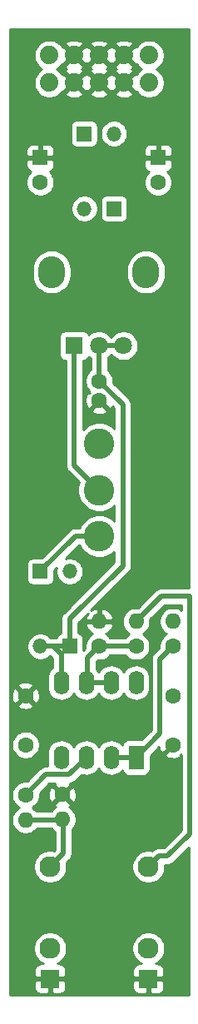
<source format=gbl>
G04 #@! TF.GenerationSoftware,KiCad,Pcbnew,(5.1.10)-1*
G04 #@! TF.CreationDate,2021-10-20T10:43:16-05:00*
G04 #@! TF.ProjectId,Slew Limiter Board,536c6577-204c-4696-9d69-74657220426f,1.2*
G04 #@! TF.SameCoordinates,Original*
G04 #@! TF.FileFunction,Copper,L2,Bot*
G04 #@! TF.FilePolarity,Positive*
%FSLAX46Y46*%
G04 Gerber Fmt 4.6, Leading zero omitted, Abs format (unit mm)*
G04 Created by KiCad (PCBNEW (5.1.10)-1) date 2021-10-20 10:43:16*
%MOMM*%
%LPD*%
G01*
G04 APERTURE LIST*
G04 #@! TA.AperFunction,ComponentPad*
%ADD10C,1.879600*%
G04 #@! TD*
G04 #@! TA.AperFunction,ComponentPad*
%ADD11C,1.600000*%
G04 #@! TD*
G04 #@! TA.AperFunction,ComponentPad*
%ADD12O,1.600000X1.600000*%
G04 #@! TD*
G04 #@! TA.AperFunction,ComponentPad*
%ADD13C,3.100000*%
G04 #@! TD*
G04 #@! TA.AperFunction,ComponentPad*
%ADD14C,2.130000*%
G04 #@! TD*
G04 #@! TA.AperFunction,ComponentPad*
%ADD15R,1.930000X1.830000*%
G04 #@! TD*
G04 #@! TA.AperFunction,ComponentPad*
%ADD16O,2.720000X3.240000*%
G04 #@! TD*
G04 #@! TA.AperFunction,ComponentPad*
%ADD17C,1.800000*%
G04 #@! TD*
G04 #@! TA.AperFunction,ComponentPad*
%ADD18R,1.800000X1.800000*%
G04 #@! TD*
G04 #@! TA.AperFunction,ComponentPad*
%ADD19R,1.500000X1.500000*%
G04 #@! TD*
G04 #@! TA.AperFunction,ComponentPad*
%ADD20O,1.500000X1.500000*%
G04 #@! TD*
G04 #@! TA.AperFunction,ComponentPad*
%ADD21R,1.600000X1.600000*%
G04 #@! TD*
G04 #@! TA.AperFunction,ComponentPad*
%ADD22O,1.600000X2.400000*%
G04 #@! TD*
G04 #@! TA.AperFunction,ComponentPad*
%ADD23R,1.600000X2.400000*%
G04 #@! TD*
G04 #@! TA.AperFunction,Conductor*
%ADD24C,0.508000*%
G04 #@! TD*
G04 #@! TA.AperFunction,Conductor*
%ADD25C,0.254000*%
G04 #@! TD*
G04 #@! TA.AperFunction,Conductor*
%ADD26C,1.000000*%
G04 #@! TD*
G04 APERTURE END LIST*
D10*
X5070000Y43630000D03*
X5070000Y46424000D03*
X2530000Y43630000D03*
X2530000Y46424000D03*
X-10000Y43630000D03*
X-10000Y46424000D03*
X-2550000Y43630000D03*
X-2550000Y46424000D03*
X-5090000Y43630000D03*
X-5090000Y46424000D03*
D11*
X0Y11300000D03*
X0Y13300000D03*
D12*
X7500000Y-11160000D03*
D11*
X7500000Y-13700000D03*
D12*
X0Y-11160000D03*
D11*
X0Y-13700000D03*
D12*
X3750000Y-11160000D03*
D11*
X3750000Y-13700000D03*
D12*
X-3750000Y-31300000D03*
D11*
X-3750000Y-28760000D03*
D12*
X-7500000Y-31340000D03*
D11*
X-7500000Y-28800000D03*
D13*
X0Y2200000D03*
X0Y-2500000D03*
X0Y6900000D03*
D14*
X5000000Y-44400000D03*
D15*
X5000000Y-47500000D03*
D14*
X5000000Y-36100000D03*
X-5000000Y-44400000D03*
D15*
X-5000000Y-47500000D03*
D14*
X-5000000Y-36100000D03*
D16*
X-4840000Y24380000D03*
X4760000Y24380000D03*
D17*
X2460000Y16880000D03*
X-40000Y16880000D03*
D18*
X-2540000Y16880000D03*
D11*
X7500000Y-18700000D03*
X7500000Y-23700000D03*
X-7500000Y-23700000D03*
X-7500000Y-18700000D03*
D19*
X1500000Y30825000D03*
D20*
X1500000Y38445000D03*
D19*
X-1525000Y38445000D03*
D20*
X-1525000Y30825000D03*
X-6000000Y-13700000D03*
D19*
X-6000000Y-6080000D03*
D20*
X-3000000Y-6080000D03*
D19*
X-3000000Y-13700000D03*
D21*
X6000000Y36000000D03*
D11*
X6000000Y33500000D03*
D21*
X-6000000Y36000000D03*
D11*
X-6000000Y33500000D03*
D22*
X3750000Y-17380000D03*
X-3870000Y-25000000D03*
X1210000Y-17380000D03*
X-1330000Y-25000000D03*
X-1330000Y-17380000D03*
X1210000Y-25000000D03*
X-3870000Y-17380000D03*
D23*
X3750000Y-25000000D03*
D24*
X-5000000Y-36100000D02*
X-3650000Y-34750000D01*
X-3650000Y-31400000D02*
X-3750000Y-31300000D01*
X-3650000Y-34750000D02*
X-3650000Y-31400000D01*
X-3790000Y-31340000D02*
X-3750000Y-31300000D01*
X-7500000Y-31340000D02*
X-3790000Y-31340000D01*
X6293410Y-8616590D02*
X3750000Y-11160000D01*
X9216590Y-8616590D02*
X6293410Y-8616590D01*
X6939999Y-35035001D02*
X9216590Y-32758410D01*
X6064999Y-35035001D02*
X6939999Y-35035001D01*
X9216590Y-32758410D02*
X9216590Y-8616590D01*
X5000000Y-36100000D02*
X6064999Y-35035001D01*
X-2420000Y-2500000D02*
X0Y-2500000D01*
X-6000000Y-6080000D02*
X-2420000Y-2500000D01*
X-1330000Y-17380000D02*
X-1210000Y-17380000D01*
X0Y-13700000D02*
X-1175000Y-14875000D01*
X-1175000Y-17225000D02*
X-1330000Y-17380000D01*
X-1175000Y-14875000D02*
X-1175000Y-17225000D01*
X1210000Y-17380000D02*
X-1330000Y-17380000D01*
X3750000Y-13700000D02*
X0Y-13700000D01*
X6166599Y-22583401D02*
X3750000Y-25000000D01*
X6166599Y-15033401D02*
X6166599Y-22583401D01*
X7500000Y-13700000D02*
X6166599Y-15033401D01*
X1210000Y-25000000D02*
X3750000Y-25000000D01*
X-2540000Y4740000D02*
X0Y2200000D01*
X-2540000Y16880000D02*
X-2540000Y4740000D01*
X-5433410Y-26733410D02*
X-7500000Y-28800000D01*
X-3063410Y-26733410D02*
X-5433410Y-26733410D01*
X-1330000Y-25000000D02*
X-3063410Y-26733410D01*
X2460000Y16880000D02*
X-40000Y16880000D01*
X0Y16840000D02*
X-40000Y16880000D01*
X0Y13300000D02*
X0Y16840000D01*
X0Y13300000D02*
X2400000Y10900000D01*
X2400000Y10900000D02*
X2400000Y-5500000D01*
X-3000000Y-10900000D02*
X-3000000Y-13700000D01*
X2400000Y-5500000D02*
X-3000000Y-10900000D01*
X-3870000Y-14530000D02*
X-4700000Y-13700000D01*
X-3870000Y-17380000D02*
X-3870000Y-14530000D01*
X-4700000Y-13700000D02*
X-3000000Y-13700000D01*
X-6000000Y-13700000D02*
X-4700000Y-13700000D01*
D25*
X9115000Y-7727590D02*
X6337070Y-7727590D01*
X6293410Y-7723290D01*
X6249750Y-7727590D01*
X6249743Y-7727590D01*
X6135735Y-7738819D01*
X6119135Y-7740454D01*
X6046168Y-7762588D01*
X5951559Y-7791287D01*
X5797119Y-7873837D01*
X5661751Y-7984931D01*
X5633916Y-8018848D01*
X3921721Y-9731044D01*
X3891335Y-9725000D01*
X3608665Y-9725000D01*
X3331426Y-9780147D01*
X3070273Y-9888320D01*
X2835241Y-10045363D01*
X2635363Y-10245241D01*
X2478320Y-10480273D01*
X2370147Y-10741426D01*
X2315000Y-11018665D01*
X2315000Y-11301335D01*
X2370147Y-11578574D01*
X2478320Y-11839727D01*
X2635363Y-12074759D01*
X2835241Y-12274637D01*
X3067759Y-12430000D01*
X2835241Y-12585363D01*
X2635363Y-12785241D01*
X2618151Y-12811000D01*
X1131849Y-12811000D01*
X1114637Y-12785241D01*
X914759Y-12585363D01*
X679727Y-12428320D01*
X668435Y-12423643D01*
X737420Y-12391037D01*
X963414Y-12223519D01*
X1152385Y-12015131D01*
X1297070Y-11773881D01*
X1391909Y-11509040D01*
X1270624Y-11287000D01*
X127000Y-11287000D01*
X127000Y-11307000D01*
X-127000Y-11307000D01*
X-127000Y-11287000D01*
X-1270624Y-11287000D01*
X-1391909Y-11509040D01*
X-1297070Y-11773881D01*
X-1152385Y-12015131D01*
X-963414Y-12223519D01*
X-737420Y-12391037D01*
X-668435Y-12423643D01*
X-679727Y-12428320D01*
X-914759Y-12585363D01*
X-1114637Y-12785241D01*
X-1271680Y-13020273D01*
X-1379853Y-13281426D01*
X-1435000Y-13558665D01*
X-1435000Y-13841335D01*
X-1428956Y-13871721D01*
X-1611928Y-14054693D01*
X-1611928Y-12950000D01*
X-1624188Y-12825518D01*
X-1660498Y-12705820D01*
X-1719463Y-12595506D01*
X-1798815Y-12498815D01*
X-1895506Y-12419463D01*
X-2005820Y-12360498D01*
X-2111000Y-12328592D01*
X-2111000Y-11268235D01*
X-1159504Y-10316739D01*
X-1297070Y-10546119D01*
X-1391909Y-10810960D01*
X-1270624Y-11033000D01*
X-127000Y-11033000D01*
X-127000Y-9890085D01*
X127000Y-9890085D01*
X127000Y-11033000D01*
X1270624Y-11033000D01*
X1391909Y-10810960D01*
X1297070Y-10546119D01*
X1152385Y-10304869D01*
X963414Y-10096481D01*
X737420Y-9928963D01*
X483087Y-9808754D01*
X349039Y-9768096D01*
X127000Y-9890085D01*
X-127000Y-9890085D01*
X-349039Y-9768096D01*
X-483087Y-9808754D01*
X-737420Y-9928963D01*
X-870011Y-10027246D01*
X2997736Y-6159499D01*
X3031659Y-6131659D01*
X3142753Y-5996291D01*
X3225303Y-5841851D01*
X3245296Y-5775942D01*
X3276136Y-5674276D01*
X3285056Y-5583709D01*
X3289000Y-5543667D01*
X3289000Y-5543661D01*
X3293300Y-5500001D01*
X3289000Y-5456341D01*
X3289000Y10856332D01*
X3293301Y10900000D01*
X3276136Y11074275D01*
X3225303Y11241850D01*
X3225303Y11241851D01*
X3142753Y11396291D01*
X3031659Y11531659D01*
X2997743Y11559493D01*
X1428956Y13128279D01*
X1435000Y13158665D01*
X1435000Y13441335D01*
X1379853Y13718574D01*
X1271680Y13979727D01*
X1114637Y14214759D01*
X914759Y14414637D01*
X889000Y14431849D01*
X889000Y15654610D01*
X938505Y15687688D01*
X1152312Y15901495D01*
X1210000Y15987831D01*
X1267688Y15901495D01*
X1481495Y15687688D01*
X1732905Y15519701D01*
X2012257Y15403989D01*
X2308816Y15345000D01*
X2611184Y15345000D01*
X2907743Y15403989D01*
X3187095Y15519701D01*
X3438505Y15687688D01*
X3652312Y15901495D01*
X3820299Y16152905D01*
X3936011Y16432257D01*
X3995000Y16728816D01*
X3995000Y17031184D01*
X3936011Y17327743D01*
X3820299Y17607095D01*
X3652312Y17858505D01*
X3438505Y18072312D01*
X3187095Y18240299D01*
X2907743Y18356011D01*
X2611184Y18415000D01*
X2308816Y18415000D01*
X2012257Y18356011D01*
X1732905Y18240299D01*
X1481495Y18072312D01*
X1267688Y17858505D01*
X1210000Y17772169D01*
X1152312Y17858505D01*
X938505Y18072312D01*
X687095Y18240299D01*
X407743Y18356011D01*
X111184Y18415000D01*
X-191184Y18415000D01*
X-487743Y18356011D01*
X-767095Y18240299D01*
X-1018505Y18072312D01*
X-1056120Y18034697D01*
X-1109463Y18134494D01*
X-1188815Y18231185D01*
X-1285506Y18310537D01*
X-1395820Y18369502D01*
X-1515518Y18405812D01*
X-1640000Y18418072D01*
X-3440000Y18418072D01*
X-3564482Y18405812D01*
X-3684180Y18369502D01*
X-3794494Y18310537D01*
X-3891185Y18231185D01*
X-3970537Y18134494D01*
X-4029502Y18024180D01*
X-4065812Y17904482D01*
X-4078072Y17780000D01*
X-4078072Y15980000D01*
X-4065812Y15855518D01*
X-4029502Y15735820D01*
X-3970537Y15625506D01*
X-3891185Y15528815D01*
X-3794494Y15449463D01*
X-3684180Y15390498D01*
X-3564482Y15354188D01*
X-3440000Y15341928D01*
X-3429000Y15341928D01*
X-3428999Y4783670D01*
X-3433300Y4740000D01*
X-3416136Y4565726D01*
X-3365302Y4398148D01*
X-3358274Y4385000D01*
X-3282752Y4243709D01*
X-3171658Y4108341D01*
X-3137741Y4080506D01*
X-2040562Y2983327D01*
X-2101031Y2837341D01*
X-2185000Y2415204D01*
X-2185000Y1984796D01*
X-2101031Y1562659D01*
X-1936322Y1165015D01*
X-1697200Y807144D01*
X-1392856Y502800D01*
X-1034985Y263678D01*
X-637341Y98969D01*
X-215204Y15000D01*
X215204Y15000D01*
X637341Y98969D01*
X1034985Y263678D01*
X1392856Y502800D01*
X1511001Y620945D01*
X1511001Y-920945D01*
X1392856Y-802800D01*
X1034985Y-563678D01*
X637341Y-398969D01*
X215204Y-315000D01*
X-215204Y-315000D01*
X-637341Y-398969D01*
X-1034985Y-563678D01*
X-1392856Y-802800D01*
X-1697200Y-1107144D01*
X-1936322Y-1465015D01*
X-1996791Y-1611000D01*
X-2376332Y-1611000D01*
X-2420000Y-1606699D01*
X-2594275Y-1623864D01*
X-2645108Y-1639284D01*
X-2761851Y-1674697D01*
X-2916291Y-1757247D01*
X-3051659Y-1868341D01*
X-3079494Y-1902258D01*
X-5869163Y-4691928D01*
X-6750000Y-4691928D01*
X-6874482Y-4704188D01*
X-6994180Y-4740498D01*
X-7104494Y-4799463D01*
X-7201185Y-4878815D01*
X-7280537Y-4975506D01*
X-7339502Y-5085820D01*
X-7375812Y-5205518D01*
X-7388072Y-5330000D01*
X-7388072Y-6830000D01*
X-7375812Y-6954482D01*
X-7339502Y-7074180D01*
X-7280537Y-7184494D01*
X-7201185Y-7281185D01*
X-7104494Y-7360537D01*
X-6994180Y-7419502D01*
X-6874482Y-7455812D01*
X-6750000Y-7468072D01*
X-5250000Y-7468072D01*
X-5125518Y-7455812D01*
X-5005820Y-7419502D01*
X-4895506Y-7360537D01*
X-4798815Y-7281185D01*
X-4719463Y-7184494D01*
X-4660498Y-7074180D01*
X-4624188Y-6954482D01*
X-4611928Y-6830000D01*
X-4611928Y-5949163D01*
X-4326825Y-5664060D01*
X-4331775Y-5676011D01*
X-4385000Y-5943589D01*
X-4385000Y-6216411D01*
X-4331775Y-6483989D01*
X-4227371Y-6736043D01*
X-4075799Y-6962886D01*
X-3882886Y-7155799D01*
X-3656043Y-7307371D01*
X-3403989Y-7411775D01*
X-3136411Y-7465000D01*
X-2863589Y-7465000D01*
X-2596011Y-7411775D01*
X-2343957Y-7307371D01*
X-2117114Y-7155799D01*
X-1924201Y-6962886D01*
X-1772629Y-6736043D01*
X-1668225Y-6483989D01*
X-1615000Y-6216411D01*
X-1615000Y-5943589D01*
X-1668225Y-5676011D01*
X-1772629Y-5423957D01*
X-1924201Y-5197114D01*
X-2117114Y-5004201D01*
X-2343957Y-4852629D01*
X-2596011Y-4748225D01*
X-2863589Y-4695000D01*
X-3136411Y-4695000D01*
X-3403989Y-4748225D01*
X-3415940Y-4753175D01*
X-2051764Y-3389000D01*
X-1996791Y-3389000D01*
X-1936322Y-3534985D01*
X-1697200Y-3892856D01*
X-1392856Y-4197200D01*
X-1034985Y-4436322D01*
X-637341Y-4601031D01*
X-215204Y-4685000D01*
X215204Y-4685000D01*
X637341Y-4601031D01*
X1034985Y-4436322D01*
X1392856Y-4197200D01*
X1511001Y-4079055D01*
X1511001Y-5131764D01*
X-3597736Y-10240501D01*
X-3631659Y-10268341D01*
X-3742753Y-10403710D01*
X-3825303Y-10558150D01*
X-3876136Y-10725727D01*
X-3889000Y-10856334D01*
X-3889000Y-10856340D01*
X-3893300Y-10900000D01*
X-3889000Y-10943660D01*
X-3888999Y-12328592D01*
X-3994180Y-12360498D01*
X-4104494Y-12419463D01*
X-4201185Y-12498815D01*
X-4280537Y-12595506D01*
X-4339502Y-12705820D01*
X-4371408Y-12811000D01*
X-4656340Y-12811000D01*
X-4700000Y-12806700D01*
X-4743660Y-12811000D01*
X-4930315Y-12811000D01*
X-5117114Y-12624201D01*
X-5343957Y-12472629D01*
X-5596011Y-12368225D01*
X-5863589Y-12315000D01*
X-6136411Y-12315000D01*
X-6403989Y-12368225D01*
X-6656043Y-12472629D01*
X-6882886Y-12624201D01*
X-7075799Y-12817114D01*
X-7227371Y-13043957D01*
X-7331775Y-13296011D01*
X-7385000Y-13563589D01*
X-7385000Y-13836411D01*
X-7331775Y-14103989D01*
X-7227371Y-14356043D01*
X-7075799Y-14582886D01*
X-6882886Y-14775799D01*
X-6656043Y-14927371D01*
X-6403989Y-15031775D01*
X-6136411Y-15085000D01*
X-5863589Y-15085000D01*
X-5596011Y-15031775D01*
X-5343957Y-14927371D01*
X-5117114Y-14775799D01*
X-4999275Y-14657960D01*
X-4758999Y-14898236D01*
X-4758999Y-15853205D01*
X-4889608Y-15960393D01*
X-5068932Y-16178900D01*
X-5202182Y-16428193D01*
X-5284236Y-16698692D01*
X-5305000Y-16909509D01*
X-5305000Y-17850492D01*
X-5284236Y-18061309D01*
X-5202182Y-18331808D01*
X-5068932Y-18581101D01*
X-4889607Y-18799608D01*
X-4671100Y-18978932D01*
X-4421807Y-19112182D01*
X-4151308Y-19194236D01*
X-3870000Y-19221943D01*
X-3588691Y-19194236D01*
X-3318192Y-19112182D01*
X-3068899Y-18978932D01*
X-2850392Y-18799608D01*
X-2671068Y-18581101D01*
X-2600000Y-18448142D01*
X-2528932Y-18581101D01*
X-2349607Y-18799608D01*
X-2131100Y-18978932D01*
X-1881807Y-19112182D01*
X-1611308Y-19194236D01*
X-1330000Y-19221943D01*
X-1048691Y-19194236D01*
X-778192Y-19112182D01*
X-528899Y-18978932D01*
X-310392Y-18799608D01*
X-131068Y-18581101D01*
X-60000Y-18448142D01*
X11068Y-18581101D01*
X190393Y-18799608D01*
X408900Y-18978932D01*
X658193Y-19112182D01*
X928692Y-19194236D01*
X1210000Y-19221943D01*
X1491309Y-19194236D01*
X1761808Y-19112182D01*
X2011101Y-18978932D01*
X2229608Y-18799608D01*
X2408932Y-18581101D01*
X2480000Y-18448142D01*
X2551068Y-18581101D01*
X2730393Y-18799608D01*
X2948900Y-18978932D01*
X3198193Y-19112182D01*
X3468692Y-19194236D01*
X3750000Y-19221943D01*
X4031309Y-19194236D01*
X4301808Y-19112182D01*
X4551101Y-18978932D01*
X4769608Y-18799608D01*
X4948932Y-18581101D01*
X5082182Y-18331808D01*
X5164236Y-18061309D01*
X5185000Y-17850491D01*
X5185000Y-16909508D01*
X5164236Y-16698691D01*
X5082182Y-16428192D01*
X4948932Y-16178899D01*
X4769607Y-15960392D01*
X4551100Y-15781068D01*
X4301807Y-15647818D01*
X4031308Y-15565764D01*
X3750000Y-15538057D01*
X3468691Y-15565764D01*
X3198192Y-15647818D01*
X2948899Y-15781068D01*
X2730392Y-15960393D01*
X2551068Y-16178900D01*
X2480000Y-16311858D01*
X2408932Y-16178899D01*
X2229607Y-15960392D01*
X2011100Y-15781068D01*
X1761807Y-15647818D01*
X1491308Y-15565764D01*
X1210000Y-15538057D01*
X928691Y-15565764D01*
X658192Y-15647818D01*
X408899Y-15781068D01*
X190392Y-15960393D01*
X11068Y-16178900D01*
X-60000Y-16311858D01*
X-131068Y-16178899D01*
X-286000Y-15990115D01*
X-286000Y-15243235D01*
X-171721Y-15128956D01*
X-141335Y-15135000D01*
X141335Y-15135000D01*
X418574Y-15079853D01*
X679727Y-14971680D01*
X914759Y-14814637D01*
X1114637Y-14614759D01*
X1131849Y-14589000D01*
X2618151Y-14589000D01*
X2635363Y-14614759D01*
X2835241Y-14814637D01*
X3070273Y-14971680D01*
X3331426Y-15079853D01*
X3608665Y-15135000D01*
X3891335Y-15135000D01*
X4168574Y-15079853D01*
X4429727Y-14971680D01*
X4664759Y-14814637D01*
X4864637Y-14614759D01*
X5021680Y-14379727D01*
X5129853Y-14118574D01*
X5185000Y-13841335D01*
X5185000Y-13558665D01*
X5129853Y-13281426D01*
X5021680Y-13020273D01*
X4864637Y-12785241D01*
X4664759Y-12585363D01*
X4432241Y-12430000D01*
X4664759Y-12274637D01*
X4864637Y-12074759D01*
X5021680Y-11839727D01*
X5129853Y-11578574D01*
X5185000Y-11301335D01*
X5185000Y-11018665D01*
X5178956Y-10988279D01*
X6661646Y-9505590D01*
X8327591Y-9505590D01*
X8327591Y-9987119D01*
X8179727Y-9888320D01*
X7918574Y-9780147D01*
X7641335Y-9725000D01*
X7358665Y-9725000D01*
X7081426Y-9780147D01*
X6820273Y-9888320D01*
X6585241Y-10045363D01*
X6385363Y-10245241D01*
X6228320Y-10480273D01*
X6120147Y-10741426D01*
X6065000Y-11018665D01*
X6065000Y-11301335D01*
X6120147Y-11578574D01*
X6228320Y-11839727D01*
X6385363Y-12074759D01*
X6585241Y-12274637D01*
X6817759Y-12430000D01*
X6585241Y-12585363D01*
X6385363Y-12785241D01*
X6228320Y-13020273D01*
X6120147Y-13281426D01*
X6065000Y-13558665D01*
X6065000Y-13841335D01*
X6071044Y-13871720D01*
X5568863Y-14373902D01*
X5534940Y-14401742D01*
X5423846Y-14537111D01*
X5341296Y-14691551D01*
X5290463Y-14859128D01*
X5277599Y-14989735D01*
X5277599Y-14989741D01*
X5273299Y-15033401D01*
X5277599Y-15077061D01*
X5277600Y-22215164D01*
X4330836Y-23161928D01*
X2950000Y-23161928D01*
X2825518Y-23174188D01*
X2705820Y-23210498D01*
X2595506Y-23269463D01*
X2498815Y-23348815D01*
X2419463Y-23445506D01*
X2360498Y-23555820D01*
X2324188Y-23675518D01*
X2322419Y-23693483D01*
X2229607Y-23580392D01*
X2011100Y-23401068D01*
X1761807Y-23267818D01*
X1491308Y-23185764D01*
X1210000Y-23158057D01*
X928691Y-23185764D01*
X658192Y-23267818D01*
X408899Y-23401068D01*
X190392Y-23580393D01*
X11068Y-23798900D01*
X-60000Y-23931858D01*
X-131068Y-23798899D01*
X-310393Y-23580392D01*
X-528900Y-23401068D01*
X-778193Y-23267818D01*
X-1048692Y-23185764D01*
X-1330000Y-23158057D01*
X-1611309Y-23185764D01*
X-1881808Y-23267818D01*
X-2131101Y-23401068D01*
X-2349608Y-23580393D01*
X-2528932Y-23798900D01*
X-2600000Y-23931858D01*
X-2671068Y-23798899D01*
X-2850393Y-23580392D01*
X-3068900Y-23401068D01*
X-3318193Y-23267818D01*
X-3588692Y-23185764D01*
X-3870000Y-23158057D01*
X-4151309Y-23185764D01*
X-4421808Y-23267818D01*
X-4671101Y-23401068D01*
X-4889608Y-23580393D01*
X-5068932Y-23798900D01*
X-5202182Y-24048193D01*
X-5284236Y-24318692D01*
X-5305000Y-24529509D01*
X-5305000Y-25470492D01*
X-5284236Y-25681309D01*
X-5234760Y-25844410D01*
X-5389742Y-25844410D01*
X-5433410Y-25840109D01*
X-5607685Y-25857274D01*
X-5658518Y-25872694D01*
X-5775261Y-25908107D01*
X-5929701Y-25990657D01*
X-6065069Y-26101751D01*
X-6092904Y-26135668D01*
X-7328280Y-27371044D01*
X-7358665Y-27365000D01*
X-7641335Y-27365000D01*
X-7918574Y-27420147D01*
X-8179727Y-27528320D01*
X-8414759Y-27685363D01*
X-8614637Y-27885241D01*
X-8771680Y-28120273D01*
X-8879853Y-28381426D01*
X-8935000Y-28658665D01*
X-8935000Y-28941335D01*
X-8879853Y-29218574D01*
X-8771680Y-29479727D01*
X-8614637Y-29714759D01*
X-8414759Y-29914637D01*
X-8182241Y-30070000D01*
X-8414759Y-30225363D01*
X-8614637Y-30425241D01*
X-8771680Y-30660273D01*
X-8879853Y-30921426D01*
X-8935000Y-31198665D01*
X-8935000Y-31481335D01*
X-8879853Y-31758574D01*
X-8771680Y-32019727D01*
X-8614637Y-32254759D01*
X-8414759Y-32454637D01*
X-8179727Y-32611680D01*
X-7918574Y-32719853D01*
X-7641335Y-32775000D01*
X-7358665Y-32775000D01*
X-7081426Y-32719853D01*
X-6820273Y-32611680D01*
X-6585241Y-32454637D01*
X-6385363Y-32254759D01*
X-6368151Y-32229000D01*
X-4850396Y-32229000D01*
X-4664759Y-32414637D01*
X-4538999Y-32498667D01*
X-4539000Y-34381765D01*
X-4602915Y-34445680D01*
X-4832565Y-34400000D01*
X-5167435Y-34400000D01*
X-5495872Y-34465330D01*
X-5805252Y-34593479D01*
X-6083687Y-34779523D01*
X-6320477Y-35016313D01*
X-6506521Y-35294748D01*
X-6634670Y-35604128D01*
X-6700000Y-35932565D01*
X-6700000Y-36267435D01*
X-6634670Y-36595872D01*
X-6506521Y-36905252D01*
X-6320477Y-37183687D01*
X-6083687Y-37420477D01*
X-5805252Y-37606521D01*
X-5495872Y-37734670D01*
X-5167435Y-37800000D01*
X-4832565Y-37800000D01*
X-4504128Y-37734670D01*
X-4194748Y-37606521D01*
X-3916313Y-37420477D01*
X-3679523Y-37183687D01*
X-3493479Y-36905252D01*
X-3365330Y-36595872D01*
X-3300000Y-36267435D01*
X-3300000Y-35932565D01*
X-3345680Y-35702915D01*
X-3052263Y-35409498D01*
X-3018341Y-35381659D01*
X-2907247Y-35246291D01*
X-2824697Y-35091851D01*
X-2801783Y-35016313D01*
X-2773864Y-34924276D01*
X-2767605Y-34860727D01*
X-2761000Y-34793667D01*
X-2761000Y-34793661D01*
X-2756700Y-34750001D01*
X-2761000Y-34706341D01*
X-2761000Y-32340396D01*
X-2635363Y-32214759D01*
X-2478320Y-31979727D01*
X-2370147Y-31718574D01*
X-2315000Y-31441335D01*
X-2315000Y-31158665D01*
X-2370147Y-30881426D01*
X-2478320Y-30620273D01*
X-2635363Y-30385241D01*
X-2835241Y-30185363D01*
X-3069128Y-30029085D01*
X-3008486Y-29996671D01*
X-2936903Y-29752702D01*
X-3750000Y-28939605D01*
X-4563097Y-29752702D01*
X-4491514Y-29996671D01*
X-4427008Y-30027194D01*
X-4429727Y-30028320D01*
X-4664759Y-30185363D01*
X-4864637Y-30385241D01*
X-4908576Y-30451000D01*
X-6368151Y-30451000D01*
X-6385363Y-30425241D01*
X-6585241Y-30225363D01*
X-6817759Y-30070000D01*
X-6585241Y-29914637D01*
X-6385363Y-29714759D01*
X-6228320Y-29479727D01*
X-6120147Y-29218574D01*
X-6065000Y-28941335D01*
X-6065000Y-28830512D01*
X-5190217Y-28830512D01*
X-5148787Y-29110130D01*
X-5053603Y-29376292D01*
X-4986671Y-29501514D01*
X-4742702Y-29573097D01*
X-3929605Y-28760000D01*
X-3570395Y-28760000D01*
X-2757298Y-29573097D01*
X-2513329Y-29501514D01*
X-2392429Y-29246004D01*
X-2323700Y-28971816D01*
X-2309783Y-28689488D01*
X-2351213Y-28409870D01*
X-2446397Y-28143708D01*
X-2513329Y-28018486D01*
X-2757298Y-27946903D01*
X-3570395Y-28760000D01*
X-3929605Y-28760000D01*
X-4742702Y-27946903D01*
X-4986671Y-28018486D01*
X-5107571Y-28273996D01*
X-5176300Y-28548184D01*
X-5190217Y-28830512D01*
X-6065000Y-28830512D01*
X-6065000Y-28658665D01*
X-6071044Y-28628280D01*
X-5065174Y-27622410D01*
X-4520585Y-27622410D01*
X-4563097Y-27767298D01*
X-3750000Y-28580395D01*
X-2936903Y-27767298D01*
X-2980547Y-27618549D01*
X-2889136Y-27609546D01*
X-2721559Y-27558713D01*
X-2567119Y-27476163D01*
X-2431751Y-27365069D01*
X-2403911Y-27331146D01*
X-1822835Y-26750071D01*
X-1611308Y-26814236D01*
X-1330000Y-26841943D01*
X-1048691Y-26814236D01*
X-778192Y-26732182D01*
X-528899Y-26598932D01*
X-310392Y-26419608D01*
X-131068Y-26201101D01*
X-60000Y-26068142D01*
X11068Y-26201101D01*
X190393Y-26419608D01*
X408900Y-26598932D01*
X658193Y-26732182D01*
X928692Y-26814236D01*
X1210000Y-26841943D01*
X1491309Y-26814236D01*
X1761808Y-26732182D01*
X2011101Y-26598932D01*
X2229608Y-26419608D01*
X2322419Y-26306518D01*
X2324188Y-26324482D01*
X2360498Y-26444180D01*
X2419463Y-26554494D01*
X2498815Y-26651185D01*
X2595506Y-26730537D01*
X2705820Y-26789502D01*
X2825518Y-26825812D01*
X2950000Y-26838072D01*
X4550000Y-26838072D01*
X4674482Y-26825812D01*
X4794180Y-26789502D01*
X4904494Y-26730537D01*
X5001185Y-26651185D01*
X5080537Y-26554494D01*
X5139502Y-26444180D01*
X5175812Y-26324482D01*
X5188072Y-26200000D01*
X5188072Y-24819163D01*
X6082617Y-23924619D01*
X6101213Y-24050130D01*
X6196397Y-24316292D01*
X6263329Y-24441514D01*
X6507298Y-24513097D01*
X7320395Y-23700000D01*
X7306253Y-23685858D01*
X7485858Y-23506253D01*
X7500000Y-23520395D01*
X7514143Y-23506253D01*
X7693748Y-23685858D01*
X7679605Y-23700000D01*
X7693748Y-23714143D01*
X7514143Y-23893748D01*
X7500000Y-23879605D01*
X6686903Y-24692702D01*
X6758486Y-24936671D01*
X7013996Y-25057571D01*
X7288184Y-25126300D01*
X7570512Y-25140217D01*
X7850130Y-25098787D01*
X8116292Y-25003603D01*
X8241514Y-24936671D01*
X8313097Y-24692704D01*
X8327590Y-24707197D01*
X8327590Y-32390174D01*
X6571764Y-34146001D01*
X6108658Y-34146001D01*
X6064998Y-34141701D01*
X6021338Y-34146001D01*
X6021332Y-34146001D01*
X5909072Y-34157058D01*
X5890724Y-34158865D01*
X5817757Y-34180999D01*
X5723148Y-34209698D01*
X5568708Y-34292248D01*
X5433340Y-34403342D01*
X5405504Y-34437260D01*
X5397084Y-34445680D01*
X5167435Y-34400000D01*
X4832565Y-34400000D01*
X4504128Y-34465330D01*
X4194748Y-34593479D01*
X3916313Y-34779523D01*
X3679523Y-35016313D01*
X3493479Y-35294748D01*
X3365330Y-35604128D01*
X3300000Y-35932565D01*
X3300000Y-36267435D01*
X3365330Y-36595872D01*
X3493479Y-36905252D01*
X3679523Y-37183687D01*
X3916313Y-37420477D01*
X4194748Y-37606521D01*
X4504128Y-37734670D01*
X4832565Y-37800000D01*
X5167435Y-37800000D01*
X5495872Y-37734670D01*
X5805252Y-37606521D01*
X6083687Y-37420477D01*
X6320477Y-37183687D01*
X6506521Y-36905252D01*
X6634670Y-36595872D01*
X6700000Y-36267435D01*
X6700000Y-35932565D01*
X6698297Y-35924001D01*
X6896339Y-35924001D01*
X6939999Y-35928301D01*
X6983659Y-35924001D01*
X6983666Y-35924001D01*
X7114273Y-35911137D01*
X7281850Y-35860304D01*
X7436290Y-35777754D01*
X7571658Y-35666660D01*
X7599498Y-35632737D01*
X9115000Y-34117236D01*
X9115000Y-49115000D01*
X-9115000Y-49115000D01*
X-9115000Y-48415000D01*
X-6603072Y-48415000D01*
X-6590812Y-48539482D01*
X-6554502Y-48659180D01*
X-6495537Y-48769494D01*
X-6416185Y-48866185D01*
X-6319494Y-48945537D01*
X-6209180Y-49004502D01*
X-6089482Y-49040812D01*
X-5965000Y-49053072D01*
X-5285750Y-49050000D01*
X-5127000Y-48891250D01*
X-5127000Y-47627000D01*
X-4873000Y-47627000D01*
X-4873000Y-48891250D01*
X-4714250Y-49050000D01*
X-4035000Y-49053072D01*
X-3910518Y-49040812D01*
X-3790820Y-49004502D01*
X-3680506Y-48945537D01*
X-3583815Y-48866185D01*
X-3504463Y-48769494D01*
X-3445498Y-48659180D01*
X-3409188Y-48539482D01*
X-3396928Y-48415000D01*
X3396928Y-48415000D01*
X3409188Y-48539482D01*
X3445498Y-48659180D01*
X3504463Y-48769494D01*
X3583815Y-48866185D01*
X3680506Y-48945537D01*
X3790820Y-49004502D01*
X3910518Y-49040812D01*
X4035000Y-49053072D01*
X4714250Y-49050000D01*
X4873000Y-48891250D01*
X4873000Y-47627000D01*
X5127000Y-47627000D01*
X5127000Y-48891250D01*
X5285750Y-49050000D01*
X5965000Y-49053072D01*
X6089482Y-49040812D01*
X6209180Y-49004502D01*
X6319494Y-48945537D01*
X6416185Y-48866185D01*
X6495537Y-48769494D01*
X6554502Y-48659180D01*
X6590812Y-48539482D01*
X6603072Y-48415000D01*
X6600000Y-47785750D01*
X6441250Y-47627000D01*
X5127000Y-47627000D01*
X4873000Y-47627000D01*
X3558750Y-47627000D01*
X3400000Y-47785750D01*
X3396928Y-48415000D01*
X-3396928Y-48415000D01*
X-3400000Y-47785750D01*
X-3558750Y-47627000D01*
X-4873000Y-47627000D01*
X-5127000Y-47627000D01*
X-6441250Y-47627000D01*
X-6600000Y-47785750D01*
X-6603072Y-48415000D01*
X-9115000Y-48415000D01*
X-9115000Y-44232565D01*
X-6700000Y-44232565D01*
X-6700000Y-44567435D01*
X-6634670Y-44895872D01*
X-6506521Y-45205252D01*
X-6320477Y-45483687D01*
X-6083687Y-45720477D01*
X-5805252Y-45906521D01*
X-5704860Y-45948105D01*
X-5965000Y-45946928D01*
X-6089482Y-45959188D01*
X-6209180Y-45995498D01*
X-6319494Y-46054463D01*
X-6416185Y-46133815D01*
X-6495537Y-46230506D01*
X-6554502Y-46340820D01*
X-6590812Y-46460518D01*
X-6603072Y-46585000D01*
X-6600000Y-47214250D01*
X-6441250Y-47373000D01*
X-5127000Y-47373000D01*
X-5127000Y-47353000D01*
X-4873000Y-47353000D01*
X-4873000Y-47373000D01*
X-3558750Y-47373000D01*
X-3400000Y-47214250D01*
X-3396928Y-46585000D01*
X-3409188Y-46460518D01*
X-3445498Y-46340820D01*
X-3504463Y-46230506D01*
X-3583815Y-46133815D01*
X-3680506Y-46054463D01*
X-3790820Y-45995498D01*
X-3910518Y-45959188D01*
X-4035000Y-45946928D01*
X-4295140Y-45948105D01*
X-4194748Y-45906521D01*
X-3916313Y-45720477D01*
X-3679523Y-45483687D01*
X-3493479Y-45205252D01*
X-3365330Y-44895872D01*
X-3300000Y-44567435D01*
X-3300000Y-44232565D01*
X3300000Y-44232565D01*
X3300000Y-44567435D01*
X3365330Y-44895872D01*
X3493479Y-45205252D01*
X3679523Y-45483687D01*
X3916313Y-45720477D01*
X4194748Y-45906521D01*
X4295140Y-45948105D01*
X4035000Y-45946928D01*
X3910518Y-45959188D01*
X3790820Y-45995498D01*
X3680506Y-46054463D01*
X3583815Y-46133815D01*
X3504463Y-46230506D01*
X3445498Y-46340820D01*
X3409188Y-46460518D01*
X3396928Y-46585000D01*
X3400000Y-47214250D01*
X3558750Y-47373000D01*
X4873000Y-47373000D01*
X4873000Y-47353000D01*
X5127000Y-47353000D01*
X5127000Y-47373000D01*
X6441250Y-47373000D01*
X6600000Y-47214250D01*
X6603072Y-46585000D01*
X6590812Y-46460518D01*
X6554502Y-46340820D01*
X6495537Y-46230506D01*
X6416185Y-46133815D01*
X6319494Y-46054463D01*
X6209180Y-45995498D01*
X6089482Y-45959188D01*
X5965000Y-45946928D01*
X5704860Y-45948105D01*
X5805252Y-45906521D01*
X6083687Y-45720477D01*
X6320477Y-45483687D01*
X6506521Y-45205252D01*
X6634670Y-44895872D01*
X6700000Y-44567435D01*
X6700000Y-44232565D01*
X6634670Y-43904128D01*
X6506521Y-43594748D01*
X6320477Y-43316313D01*
X6083687Y-43079523D01*
X5805252Y-42893479D01*
X5495872Y-42765330D01*
X5167435Y-42700000D01*
X4832565Y-42700000D01*
X4504128Y-42765330D01*
X4194748Y-42893479D01*
X3916313Y-43079523D01*
X3679523Y-43316313D01*
X3493479Y-43594748D01*
X3365330Y-43904128D01*
X3300000Y-44232565D01*
X-3300000Y-44232565D01*
X-3365330Y-43904128D01*
X-3493479Y-43594748D01*
X-3679523Y-43316313D01*
X-3916313Y-43079523D01*
X-4194748Y-42893479D01*
X-4504128Y-42765330D01*
X-4832565Y-42700000D01*
X-5167435Y-42700000D01*
X-5495872Y-42765330D01*
X-5805252Y-42893479D01*
X-6083687Y-43079523D01*
X-6320477Y-43316313D01*
X-6506521Y-43594748D01*
X-6634670Y-43904128D01*
X-6700000Y-44232565D01*
X-9115000Y-44232565D01*
X-9115000Y-23558665D01*
X-8935000Y-23558665D01*
X-8935000Y-23841335D01*
X-8879853Y-24118574D01*
X-8771680Y-24379727D01*
X-8614637Y-24614759D01*
X-8414759Y-24814637D01*
X-8179727Y-24971680D01*
X-7918574Y-25079853D01*
X-7641335Y-25135000D01*
X-7358665Y-25135000D01*
X-7081426Y-25079853D01*
X-6820273Y-24971680D01*
X-6585241Y-24814637D01*
X-6385363Y-24614759D01*
X-6228320Y-24379727D01*
X-6120147Y-24118574D01*
X-6065000Y-23841335D01*
X-6065000Y-23558665D01*
X-6120147Y-23281426D01*
X-6228320Y-23020273D01*
X-6385363Y-22785241D01*
X-6585241Y-22585363D01*
X-6820273Y-22428320D01*
X-7081426Y-22320147D01*
X-7358665Y-22265000D01*
X-7641335Y-22265000D01*
X-7918574Y-22320147D01*
X-8179727Y-22428320D01*
X-8414759Y-22585363D01*
X-8614637Y-22785241D01*
X-8771680Y-23020273D01*
X-8879853Y-23281426D01*
X-8935000Y-23558665D01*
X-9115000Y-23558665D01*
X-9115000Y-19692702D01*
X-8313097Y-19692702D01*
X-8241514Y-19936671D01*
X-7986004Y-20057571D01*
X-7711816Y-20126300D01*
X-7429488Y-20140217D01*
X-7149870Y-20098787D01*
X-6883708Y-20003603D01*
X-6758486Y-19936671D01*
X-6686903Y-19692702D01*
X-7500000Y-18879605D01*
X-8313097Y-19692702D01*
X-9115000Y-19692702D01*
X-9115000Y-18770512D01*
X-8940217Y-18770512D01*
X-8898787Y-19050130D01*
X-8803603Y-19316292D01*
X-8736671Y-19441514D01*
X-8492702Y-19513097D01*
X-7679605Y-18700000D01*
X-7320395Y-18700000D01*
X-6507298Y-19513097D01*
X-6263329Y-19441514D01*
X-6142429Y-19186004D01*
X-6073700Y-18911816D01*
X-6059783Y-18629488D01*
X-6101213Y-18349870D01*
X-6196397Y-18083708D01*
X-6263329Y-17958486D01*
X-6507298Y-17886903D01*
X-7320395Y-18700000D01*
X-7679605Y-18700000D01*
X-8492702Y-17886903D01*
X-8736671Y-17958486D01*
X-8857571Y-18213996D01*
X-8926300Y-18488184D01*
X-8940217Y-18770512D01*
X-9115000Y-18770512D01*
X-9115000Y-17707298D01*
X-8313097Y-17707298D01*
X-7500000Y-18520395D01*
X-6686903Y-17707298D01*
X-6758486Y-17463329D01*
X-7013996Y-17342429D01*
X-7288184Y-17273700D01*
X-7570512Y-17259783D01*
X-7850130Y-17301213D01*
X-8116292Y-17396397D01*
X-8241514Y-17463329D01*
X-8313097Y-17707298D01*
X-9115000Y-17707298D01*
X-9115000Y24737998D01*
X-6835000Y24737998D01*
X-6835000Y24022003D01*
X-6806133Y23728913D01*
X-6692057Y23352854D01*
X-6506807Y23006275D01*
X-6257503Y22702497D01*
X-5953725Y22453193D01*
X-5607147Y22267943D01*
X-5231088Y22153867D01*
X-4840000Y22115348D01*
X-4448913Y22153867D01*
X-4072854Y22267943D01*
X-3726275Y22453193D01*
X-3422497Y22702497D01*
X-3173193Y23006275D01*
X-2987943Y23352853D01*
X-2873867Y23728912D01*
X-2845000Y24022002D01*
X-2845000Y24737997D01*
X-2845000Y24737998D01*
X2765000Y24737998D01*
X2765000Y24022003D01*
X2793867Y23728913D01*
X2907943Y23352854D01*
X3093193Y23006275D01*
X3342497Y22702497D01*
X3646275Y22453193D01*
X3992853Y22267943D01*
X4368912Y22153867D01*
X4760000Y22115348D01*
X5151087Y22153867D01*
X5527146Y22267943D01*
X5873725Y22453193D01*
X6177503Y22702497D01*
X6426807Y23006275D01*
X6612057Y23352853D01*
X6726133Y23728912D01*
X6755000Y24022002D01*
X6755000Y24737997D01*
X6726133Y25031087D01*
X6612057Y25407147D01*
X6426807Y25753725D01*
X6177503Y26057503D01*
X5873725Y26306807D01*
X5527147Y26492057D01*
X5151088Y26606133D01*
X4760000Y26644652D01*
X4368913Y26606133D01*
X3992854Y26492057D01*
X3646276Y26306807D01*
X3342498Y26057503D01*
X3093193Y25753725D01*
X2907943Y25407147D01*
X2793867Y25031088D01*
X2765000Y24737998D01*
X-2845000Y24737998D01*
X-2873867Y25031087D01*
X-2987943Y25407147D01*
X-3173193Y25753725D01*
X-3422497Y26057503D01*
X-3726275Y26306807D01*
X-4072853Y26492057D01*
X-4448912Y26606133D01*
X-4840000Y26644652D01*
X-5231087Y26606133D01*
X-5607146Y26492057D01*
X-5953724Y26306807D01*
X-6257502Y26057503D01*
X-6506807Y25753725D01*
X-6692057Y25407147D01*
X-6806133Y25031088D01*
X-6835000Y24737998D01*
X-9115000Y24737998D01*
X-9115000Y30961411D01*
X-2910000Y30961411D01*
X-2910000Y30688589D01*
X-2856775Y30421011D01*
X-2752371Y30168957D01*
X-2600799Y29942114D01*
X-2407886Y29749201D01*
X-2181043Y29597629D01*
X-1928989Y29493225D01*
X-1661411Y29440000D01*
X-1388589Y29440000D01*
X-1121011Y29493225D01*
X-868957Y29597629D01*
X-642114Y29749201D01*
X-449201Y29942114D01*
X-297629Y30168957D01*
X-193225Y30421011D01*
X-140000Y30688589D01*
X-140000Y30961411D01*
X-193225Y31228989D01*
X-297629Y31481043D01*
X-360409Y31575000D01*
X111928Y31575000D01*
X111928Y30075000D01*
X124188Y29950518D01*
X160498Y29830820D01*
X219463Y29720506D01*
X298815Y29623815D01*
X395506Y29544463D01*
X505820Y29485498D01*
X625518Y29449188D01*
X750000Y29436928D01*
X2250000Y29436928D01*
X2374482Y29449188D01*
X2494180Y29485498D01*
X2604494Y29544463D01*
X2701185Y29623815D01*
X2780537Y29720506D01*
X2839502Y29830820D01*
X2875812Y29950518D01*
X2888072Y30075000D01*
X2888072Y31575000D01*
X2875812Y31699482D01*
X2839502Y31819180D01*
X2780537Y31929494D01*
X2701185Y32026185D01*
X2604494Y32105537D01*
X2494180Y32164502D01*
X2374482Y32200812D01*
X2250000Y32213072D01*
X750000Y32213072D01*
X625518Y32200812D01*
X505820Y32164502D01*
X395506Y32105537D01*
X298815Y32026185D01*
X219463Y31929494D01*
X160498Y31819180D01*
X124188Y31699482D01*
X111928Y31575000D01*
X-360409Y31575000D01*
X-449201Y31707886D01*
X-642114Y31900799D01*
X-868957Y32052371D01*
X-1121011Y32156775D01*
X-1388589Y32210000D01*
X-1661411Y32210000D01*
X-1928989Y32156775D01*
X-2181043Y32052371D01*
X-2407886Y31900799D01*
X-2600799Y31707886D01*
X-2752371Y31481043D01*
X-2856775Y31228989D01*
X-2910000Y30961411D01*
X-9115000Y30961411D01*
X-9115000Y35200000D01*
X-7438072Y35200000D01*
X-7425812Y35075518D01*
X-7389502Y34955820D01*
X-7330537Y34845506D01*
X-7251185Y34748815D01*
X-7154494Y34669463D01*
X-7044180Y34610498D01*
X-6948057Y34581339D01*
X-7114637Y34414759D01*
X-7271680Y34179727D01*
X-7379853Y33918574D01*
X-7435000Y33641335D01*
X-7435000Y33358665D01*
X-7379853Y33081426D01*
X-7271680Y32820273D01*
X-7114637Y32585241D01*
X-6914759Y32385363D01*
X-6679727Y32228320D01*
X-6418574Y32120147D01*
X-6141335Y32065000D01*
X-5858665Y32065000D01*
X-5581426Y32120147D01*
X-5320273Y32228320D01*
X-5085241Y32385363D01*
X-4885363Y32585241D01*
X-4728320Y32820273D01*
X-4620147Y33081426D01*
X-4565000Y33358665D01*
X-4565000Y33641335D01*
X-4620147Y33918574D01*
X-4728320Y34179727D01*
X-4885363Y34414759D01*
X-5051943Y34581339D01*
X-4955820Y34610498D01*
X-4845506Y34669463D01*
X-4748815Y34748815D01*
X-4669463Y34845506D01*
X-4610498Y34955820D01*
X-4574188Y35075518D01*
X-4561928Y35200000D01*
X4561928Y35200000D01*
X4574188Y35075518D01*
X4610498Y34955820D01*
X4669463Y34845506D01*
X4748815Y34748815D01*
X4845506Y34669463D01*
X4955820Y34610498D01*
X5051943Y34581339D01*
X4885363Y34414759D01*
X4728320Y34179727D01*
X4620147Y33918574D01*
X4565000Y33641335D01*
X4565000Y33358665D01*
X4620147Y33081426D01*
X4728320Y32820273D01*
X4885363Y32585241D01*
X5085241Y32385363D01*
X5320273Y32228320D01*
X5581426Y32120147D01*
X5858665Y32065000D01*
X6141335Y32065000D01*
X6418574Y32120147D01*
X6679727Y32228320D01*
X6914759Y32385363D01*
X7114637Y32585241D01*
X7271680Y32820273D01*
X7379853Y33081426D01*
X7435000Y33358665D01*
X7435000Y33641335D01*
X7379853Y33918574D01*
X7271680Y34179727D01*
X7114637Y34414759D01*
X6948057Y34581339D01*
X7044180Y34610498D01*
X7154494Y34669463D01*
X7251185Y34748815D01*
X7330537Y34845506D01*
X7389502Y34955820D01*
X7425812Y35075518D01*
X7438072Y35200000D01*
X7435000Y35714250D01*
X7276250Y35873000D01*
X6127000Y35873000D01*
X6127000Y35853000D01*
X5873000Y35853000D01*
X5873000Y35873000D01*
X4723750Y35873000D01*
X4565000Y35714250D01*
X4561928Y35200000D01*
X-4561928Y35200000D01*
X-4565000Y35714250D01*
X-4723750Y35873000D01*
X-5873000Y35873000D01*
X-5873000Y35853000D01*
X-6127000Y35853000D01*
X-6127000Y35873000D01*
X-7276250Y35873000D01*
X-7435000Y35714250D01*
X-7438072Y35200000D01*
X-9115000Y35200000D01*
X-9115000Y36800000D01*
X-7438072Y36800000D01*
X-7435000Y36285750D01*
X-7276250Y36127000D01*
X-6127000Y36127000D01*
X-6127000Y37276250D01*
X-5873000Y37276250D01*
X-5873000Y36127000D01*
X-4723750Y36127000D01*
X-4565000Y36285750D01*
X-4561928Y36800000D01*
X4561928Y36800000D01*
X4565000Y36285750D01*
X4723750Y36127000D01*
X5873000Y36127000D01*
X5873000Y37276250D01*
X6127000Y37276250D01*
X6127000Y36127000D01*
X7276250Y36127000D01*
X7435000Y36285750D01*
X7438072Y36800000D01*
X7425812Y36924482D01*
X7389502Y37044180D01*
X7330537Y37154494D01*
X7251185Y37251185D01*
X7154494Y37330537D01*
X7044180Y37389502D01*
X6924482Y37425812D01*
X6800000Y37438072D01*
X6285750Y37435000D01*
X6127000Y37276250D01*
X5873000Y37276250D01*
X5714250Y37435000D01*
X5200000Y37438072D01*
X5075518Y37425812D01*
X4955820Y37389502D01*
X4845506Y37330537D01*
X4748815Y37251185D01*
X4669463Y37154494D01*
X4610498Y37044180D01*
X4574188Y36924482D01*
X4561928Y36800000D01*
X-4561928Y36800000D01*
X-4574188Y36924482D01*
X-4610498Y37044180D01*
X-4669463Y37154494D01*
X-4748815Y37251185D01*
X-4845506Y37330537D01*
X-4955820Y37389502D01*
X-5075518Y37425812D01*
X-5200000Y37438072D01*
X-5714250Y37435000D01*
X-5873000Y37276250D01*
X-6127000Y37276250D01*
X-6285750Y37435000D01*
X-6800000Y37438072D01*
X-6924482Y37425812D01*
X-7044180Y37389502D01*
X-7154494Y37330537D01*
X-7251185Y37251185D01*
X-7330537Y37154494D01*
X-7389502Y37044180D01*
X-7425812Y36924482D01*
X-7438072Y36800000D01*
X-9115000Y36800000D01*
X-9115000Y39195000D01*
X-2913072Y39195000D01*
X-2913072Y37695000D01*
X-2900812Y37570518D01*
X-2864502Y37450820D01*
X-2805537Y37340506D01*
X-2726185Y37243815D01*
X-2629494Y37164463D01*
X-2519180Y37105498D01*
X-2399482Y37069188D01*
X-2275000Y37056928D01*
X-775000Y37056928D01*
X-650518Y37069188D01*
X-530820Y37105498D01*
X-420506Y37164463D01*
X-323815Y37243815D01*
X-244463Y37340506D01*
X-185498Y37450820D01*
X-149188Y37570518D01*
X-136928Y37695000D01*
X-136928Y38581411D01*
X115000Y38581411D01*
X115000Y38308589D01*
X168225Y38041011D01*
X272629Y37788957D01*
X424201Y37562114D01*
X617114Y37369201D01*
X843957Y37217629D01*
X1096011Y37113225D01*
X1363589Y37060000D01*
X1636411Y37060000D01*
X1903989Y37113225D01*
X2156043Y37217629D01*
X2382886Y37369201D01*
X2575799Y37562114D01*
X2727371Y37788957D01*
X2831775Y38041011D01*
X2885000Y38308589D01*
X2885000Y38581411D01*
X2831775Y38848989D01*
X2727371Y39101043D01*
X2575799Y39327886D01*
X2382886Y39520799D01*
X2156043Y39672371D01*
X1903989Y39776775D01*
X1636411Y39830000D01*
X1363589Y39830000D01*
X1096011Y39776775D01*
X843957Y39672371D01*
X617114Y39520799D01*
X424201Y39327886D01*
X272629Y39101043D01*
X168225Y38848989D01*
X115000Y38581411D01*
X-136928Y38581411D01*
X-136928Y39195000D01*
X-149188Y39319482D01*
X-185498Y39439180D01*
X-244463Y39549494D01*
X-323815Y39646185D01*
X-420506Y39725537D01*
X-530820Y39784502D01*
X-650518Y39820812D01*
X-775000Y39833072D01*
X-2275000Y39833072D01*
X-2399482Y39820812D01*
X-2519180Y39784502D01*
X-2629494Y39725537D01*
X-2726185Y39646185D01*
X-2805537Y39549494D01*
X-2864502Y39439180D01*
X-2900812Y39319482D01*
X-2913072Y39195000D01*
X-9115000Y39195000D01*
X-9115000Y46579104D01*
X-6664800Y46579104D01*
X-6664800Y46268896D01*
X-6604282Y45964648D01*
X-6485570Y45678052D01*
X-6313227Y45420123D01*
X-6093877Y45200773D01*
X-5835948Y45028430D01*
X-5832496Y45027000D01*
X-5835948Y45025570D01*
X-6093877Y44853227D01*
X-6313227Y44633877D01*
X-6485570Y44375948D01*
X-6604282Y44089352D01*
X-6664800Y43785104D01*
X-6664800Y43474896D01*
X-6604282Y43170648D01*
X-6485570Y42884052D01*
X-6313227Y42626123D01*
X-6093877Y42406773D01*
X-5835948Y42234430D01*
X-5549352Y42115718D01*
X-5245104Y42055200D01*
X-4934896Y42055200D01*
X-4630648Y42115718D01*
X-4344052Y42234430D01*
X-4086123Y42406773D01*
X-3955372Y42537524D01*
X-3462871Y42537524D01*
X-3374377Y42279277D01*
X-3095024Y42144403D01*
X-2794725Y42066619D01*
X-2485023Y42048916D01*
X-2177816Y42091973D01*
X-1884914Y42194135D01*
X-1725623Y42279277D01*
X-1637129Y42537524D01*
X-922871Y42537524D01*
X-834377Y42279277D01*
X-555024Y42144403D01*
X-254725Y42066619D01*
X54977Y42048916D01*
X362184Y42091973D01*
X655086Y42194135D01*
X814377Y42279277D01*
X902871Y42537524D01*
X1617129Y42537524D01*
X1705623Y42279277D01*
X1984976Y42144403D01*
X2285275Y42066619D01*
X2594977Y42048916D01*
X2902184Y42091973D01*
X3195086Y42194135D01*
X3354377Y42279277D01*
X3442871Y42537524D01*
X2530000Y43450395D01*
X1617129Y42537524D01*
X902871Y42537524D01*
X-10000Y43450395D01*
X-922871Y42537524D01*
X-1637129Y42537524D01*
X-2550000Y43450395D01*
X-3462871Y42537524D01*
X-3955372Y42537524D01*
X-3866773Y42626123D01*
X-3775505Y42762714D01*
X-3642476Y42717129D01*
X-2729605Y43630000D01*
X-2370395Y43630000D01*
X-1457524Y42717129D01*
X-1280000Y42777961D01*
X-1102476Y42717129D01*
X-189605Y43630000D01*
X169605Y43630000D01*
X1082476Y42717129D01*
X1260000Y42777961D01*
X1437524Y42717129D01*
X2350395Y43630000D01*
X1437524Y44542871D01*
X1260000Y44482039D01*
X1082476Y44542871D01*
X169605Y43630000D01*
X-189605Y43630000D01*
X-1102476Y44542871D01*
X-1280000Y44482039D01*
X-1457524Y44542871D01*
X-2370395Y43630000D01*
X-2729605Y43630000D01*
X-3642476Y44542871D01*
X-3775505Y44497286D01*
X-3866773Y44633877D01*
X-4086123Y44853227D01*
X-4344052Y45025570D01*
X-4347504Y45027000D01*
X-4344052Y45028430D01*
X-4086123Y45200773D01*
X-3955372Y45331524D01*
X-3462871Y45331524D01*
X-3374377Y45073277D01*
X-3283398Y45029352D01*
X-3374377Y44980723D01*
X-3462871Y44722476D01*
X-2550000Y43809605D01*
X-1637129Y44722476D01*
X-1725623Y44980723D01*
X-1816602Y45024648D01*
X-1725623Y45073277D01*
X-1637129Y45331524D01*
X-922871Y45331524D01*
X-834377Y45073277D01*
X-743398Y45029352D01*
X-834377Y44980723D01*
X-922871Y44722476D01*
X-10000Y43809605D01*
X902871Y44722476D01*
X814377Y44980723D01*
X723398Y45024648D01*
X814377Y45073277D01*
X902871Y45331524D01*
X1617129Y45331524D01*
X1705623Y45073277D01*
X1796602Y45029352D01*
X1705623Y44980723D01*
X1617129Y44722476D01*
X2530000Y43809605D01*
X3442871Y44722476D01*
X3354377Y44980723D01*
X3263398Y45024648D01*
X3354377Y45073277D01*
X3442871Y45331524D01*
X2530000Y46244395D01*
X1617129Y45331524D01*
X902871Y45331524D01*
X-10000Y46244395D01*
X-922871Y45331524D01*
X-1637129Y45331524D01*
X-2550000Y46244395D01*
X-3462871Y45331524D01*
X-3955372Y45331524D01*
X-3866773Y45420123D01*
X-3775505Y45556714D01*
X-3642476Y45511129D01*
X-2729605Y46424000D01*
X-2370395Y46424000D01*
X-1457524Y45511129D01*
X-1280000Y45571961D01*
X-1102476Y45511129D01*
X-189605Y46424000D01*
X169605Y46424000D01*
X1082476Y45511129D01*
X1260000Y45571961D01*
X1437524Y45511129D01*
X2350395Y46424000D01*
X2709605Y46424000D01*
X3622476Y45511129D01*
X3755505Y45556714D01*
X3846773Y45420123D01*
X4066123Y45200773D01*
X4324052Y45028430D01*
X4327504Y45027000D01*
X4324052Y45025570D01*
X4066123Y44853227D01*
X3846773Y44633877D01*
X3755505Y44497286D01*
X3622476Y44542871D01*
X2709605Y43630000D01*
X3622476Y42717129D01*
X3755505Y42762714D01*
X3846773Y42626123D01*
X4066123Y42406773D01*
X4324052Y42234430D01*
X4610648Y42115718D01*
X4914896Y42055200D01*
X5225104Y42055200D01*
X5529352Y42115718D01*
X5815948Y42234430D01*
X6073877Y42406773D01*
X6293227Y42626123D01*
X6465570Y42884052D01*
X6584282Y43170648D01*
X6644800Y43474896D01*
X6644800Y43785104D01*
X6584282Y44089352D01*
X6465570Y44375948D01*
X6293227Y44633877D01*
X6073877Y44853227D01*
X5815948Y45025570D01*
X5812496Y45027000D01*
X5815948Y45028430D01*
X6073877Y45200773D01*
X6293227Y45420123D01*
X6465570Y45678052D01*
X6584282Y45964648D01*
X6644800Y46268896D01*
X6644800Y46579104D01*
X6584282Y46883352D01*
X6465570Y47169948D01*
X6293227Y47427877D01*
X6073877Y47647227D01*
X5815948Y47819570D01*
X5529352Y47938282D01*
X5225104Y47998800D01*
X4914896Y47998800D01*
X4610648Y47938282D01*
X4324052Y47819570D01*
X4066123Y47647227D01*
X3846773Y47427877D01*
X3755505Y47291286D01*
X3622476Y47336871D01*
X2709605Y46424000D01*
X2350395Y46424000D01*
X1437524Y47336871D01*
X1260000Y47276039D01*
X1082476Y47336871D01*
X169605Y46424000D01*
X-189605Y46424000D01*
X-1102476Y47336871D01*
X-1280000Y47276039D01*
X-1457524Y47336871D01*
X-2370395Y46424000D01*
X-2729605Y46424000D01*
X-3642476Y47336871D01*
X-3775505Y47291286D01*
X-3866773Y47427877D01*
X-3955372Y47516476D01*
X-3462871Y47516476D01*
X-2550000Y46603605D01*
X-1637129Y47516476D01*
X-922871Y47516476D01*
X-10000Y46603605D01*
X902871Y47516476D01*
X1617129Y47516476D01*
X2530000Y46603605D01*
X3442871Y47516476D01*
X3354377Y47774723D01*
X3075024Y47909597D01*
X2774725Y47987381D01*
X2465023Y48005084D01*
X2157816Y47962027D01*
X1864914Y47859865D01*
X1705623Y47774723D01*
X1617129Y47516476D01*
X902871Y47516476D01*
X814377Y47774723D01*
X535024Y47909597D01*
X234725Y47987381D01*
X-74977Y48005084D01*
X-382184Y47962027D01*
X-675086Y47859865D01*
X-834377Y47774723D01*
X-922871Y47516476D01*
X-1637129Y47516476D01*
X-1725623Y47774723D01*
X-2004976Y47909597D01*
X-2305275Y47987381D01*
X-2614977Y48005084D01*
X-2922184Y47962027D01*
X-3215086Y47859865D01*
X-3374377Y47774723D01*
X-3462871Y47516476D01*
X-3955372Y47516476D01*
X-4086123Y47647227D01*
X-4344052Y47819570D01*
X-4630648Y47938282D01*
X-4934896Y47998800D01*
X-5245104Y47998800D01*
X-5549352Y47938282D01*
X-5835948Y47819570D01*
X-6093877Y47647227D01*
X-6313227Y47427877D01*
X-6485570Y47169948D01*
X-6604282Y46883352D01*
X-6664800Y46579104D01*
X-9115000Y46579104D01*
X-9115000Y49115000D01*
X9115001Y49115000D01*
X9115000Y-7727590D01*
G04 #@! TA.AperFunction,Conductor*
D26*
G36*
X9115000Y-7727590D02*
G01*
X6337070Y-7727590D01*
X6293410Y-7723290D01*
X6249750Y-7727590D01*
X6249743Y-7727590D01*
X6135735Y-7738819D01*
X6119135Y-7740454D01*
X6046168Y-7762588D01*
X5951559Y-7791287D01*
X5797119Y-7873837D01*
X5661751Y-7984931D01*
X5633916Y-8018848D01*
X3921721Y-9731044D01*
X3891335Y-9725000D01*
X3608665Y-9725000D01*
X3331426Y-9780147D01*
X3070273Y-9888320D01*
X2835241Y-10045363D01*
X2635363Y-10245241D01*
X2478320Y-10480273D01*
X2370147Y-10741426D01*
X2315000Y-11018665D01*
X2315000Y-11301335D01*
X2370147Y-11578574D01*
X2478320Y-11839727D01*
X2635363Y-12074759D01*
X2835241Y-12274637D01*
X3067759Y-12430000D01*
X2835241Y-12585363D01*
X2635363Y-12785241D01*
X2618151Y-12811000D01*
X1131849Y-12811000D01*
X1114637Y-12785241D01*
X914759Y-12585363D01*
X679727Y-12428320D01*
X668435Y-12423643D01*
X737420Y-12391037D01*
X963414Y-12223519D01*
X1152385Y-12015131D01*
X1297070Y-11773881D01*
X1391909Y-11509040D01*
X1270624Y-11287000D01*
X127000Y-11287000D01*
X127000Y-11307000D01*
X-127000Y-11307000D01*
X-127000Y-11287000D01*
X-1270624Y-11287000D01*
X-1391909Y-11509040D01*
X-1297070Y-11773881D01*
X-1152385Y-12015131D01*
X-963414Y-12223519D01*
X-737420Y-12391037D01*
X-668435Y-12423643D01*
X-679727Y-12428320D01*
X-914759Y-12585363D01*
X-1114637Y-12785241D01*
X-1271680Y-13020273D01*
X-1379853Y-13281426D01*
X-1435000Y-13558665D01*
X-1435000Y-13841335D01*
X-1428956Y-13871721D01*
X-1611928Y-14054693D01*
X-1611928Y-12950000D01*
X-1624188Y-12825518D01*
X-1660498Y-12705820D01*
X-1719463Y-12595506D01*
X-1798815Y-12498815D01*
X-1895506Y-12419463D01*
X-2005820Y-12360498D01*
X-2111000Y-12328592D01*
X-2111000Y-11268235D01*
X-1159504Y-10316739D01*
X-1297070Y-10546119D01*
X-1391909Y-10810960D01*
X-1270624Y-11033000D01*
X-127000Y-11033000D01*
X-127000Y-9890085D01*
X127000Y-9890085D01*
X127000Y-11033000D01*
X1270624Y-11033000D01*
X1391909Y-10810960D01*
X1297070Y-10546119D01*
X1152385Y-10304869D01*
X963414Y-10096481D01*
X737420Y-9928963D01*
X483087Y-9808754D01*
X349039Y-9768096D01*
X127000Y-9890085D01*
X-127000Y-9890085D01*
X-349039Y-9768096D01*
X-483087Y-9808754D01*
X-737420Y-9928963D01*
X-870011Y-10027246D01*
X2997736Y-6159499D01*
X3031659Y-6131659D01*
X3142753Y-5996291D01*
X3225303Y-5841851D01*
X3245296Y-5775942D01*
X3276136Y-5674276D01*
X3285056Y-5583709D01*
X3289000Y-5543667D01*
X3289000Y-5543661D01*
X3293300Y-5500001D01*
X3289000Y-5456341D01*
X3289000Y10856332D01*
X3293301Y10900000D01*
X3276136Y11074275D01*
X3225303Y11241850D01*
X3225303Y11241851D01*
X3142753Y11396291D01*
X3031659Y11531659D01*
X2997743Y11559493D01*
X1428956Y13128279D01*
X1435000Y13158665D01*
X1435000Y13441335D01*
X1379853Y13718574D01*
X1271680Y13979727D01*
X1114637Y14214759D01*
X914759Y14414637D01*
X889000Y14431849D01*
X889000Y15654610D01*
X938505Y15687688D01*
X1152312Y15901495D01*
X1210000Y15987831D01*
X1267688Y15901495D01*
X1481495Y15687688D01*
X1732905Y15519701D01*
X2012257Y15403989D01*
X2308816Y15345000D01*
X2611184Y15345000D01*
X2907743Y15403989D01*
X3187095Y15519701D01*
X3438505Y15687688D01*
X3652312Y15901495D01*
X3820299Y16152905D01*
X3936011Y16432257D01*
X3995000Y16728816D01*
X3995000Y17031184D01*
X3936011Y17327743D01*
X3820299Y17607095D01*
X3652312Y17858505D01*
X3438505Y18072312D01*
X3187095Y18240299D01*
X2907743Y18356011D01*
X2611184Y18415000D01*
X2308816Y18415000D01*
X2012257Y18356011D01*
X1732905Y18240299D01*
X1481495Y18072312D01*
X1267688Y17858505D01*
X1210000Y17772169D01*
X1152312Y17858505D01*
X938505Y18072312D01*
X687095Y18240299D01*
X407743Y18356011D01*
X111184Y18415000D01*
X-191184Y18415000D01*
X-487743Y18356011D01*
X-767095Y18240299D01*
X-1018505Y18072312D01*
X-1056120Y18034697D01*
X-1109463Y18134494D01*
X-1188815Y18231185D01*
X-1285506Y18310537D01*
X-1395820Y18369502D01*
X-1515518Y18405812D01*
X-1640000Y18418072D01*
X-3440000Y18418072D01*
X-3564482Y18405812D01*
X-3684180Y18369502D01*
X-3794494Y18310537D01*
X-3891185Y18231185D01*
X-3970537Y18134494D01*
X-4029502Y18024180D01*
X-4065812Y17904482D01*
X-4078072Y17780000D01*
X-4078072Y15980000D01*
X-4065812Y15855518D01*
X-4029502Y15735820D01*
X-3970537Y15625506D01*
X-3891185Y15528815D01*
X-3794494Y15449463D01*
X-3684180Y15390498D01*
X-3564482Y15354188D01*
X-3440000Y15341928D01*
X-3429000Y15341928D01*
X-3428999Y4783670D01*
X-3433300Y4740000D01*
X-3416136Y4565726D01*
X-3365302Y4398148D01*
X-3358274Y4385000D01*
X-3282752Y4243709D01*
X-3171658Y4108341D01*
X-3137741Y4080506D01*
X-2040562Y2983327D01*
X-2101031Y2837341D01*
X-2185000Y2415204D01*
X-2185000Y1984796D01*
X-2101031Y1562659D01*
X-1936322Y1165015D01*
X-1697200Y807144D01*
X-1392856Y502800D01*
X-1034985Y263678D01*
X-637341Y98969D01*
X-215204Y15000D01*
X215204Y15000D01*
X637341Y98969D01*
X1034985Y263678D01*
X1392856Y502800D01*
X1511001Y620945D01*
X1511001Y-920945D01*
X1392856Y-802800D01*
X1034985Y-563678D01*
X637341Y-398969D01*
X215204Y-315000D01*
X-215204Y-315000D01*
X-637341Y-398969D01*
X-1034985Y-563678D01*
X-1392856Y-802800D01*
X-1697200Y-1107144D01*
X-1936322Y-1465015D01*
X-1996791Y-1611000D01*
X-2376332Y-1611000D01*
X-2420000Y-1606699D01*
X-2594275Y-1623864D01*
X-2645108Y-1639284D01*
X-2761851Y-1674697D01*
X-2916291Y-1757247D01*
X-3051659Y-1868341D01*
X-3079494Y-1902258D01*
X-5869163Y-4691928D01*
X-6750000Y-4691928D01*
X-6874482Y-4704188D01*
X-6994180Y-4740498D01*
X-7104494Y-4799463D01*
X-7201185Y-4878815D01*
X-7280537Y-4975506D01*
X-7339502Y-5085820D01*
X-7375812Y-5205518D01*
X-7388072Y-5330000D01*
X-7388072Y-6830000D01*
X-7375812Y-6954482D01*
X-7339502Y-7074180D01*
X-7280537Y-7184494D01*
X-7201185Y-7281185D01*
X-7104494Y-7360537D01*
X-6994180Y-7419502D01*
X-6874482Y-7455812D01*
X-6750000Y-7468072D01*
X-5250000Y-7468072D01*
X-5125518Y-7455812D01*
X-5005820Y-7419502D01*
X-4895506Y-7360537D01*
X-4798815Y-7281185D01*
X-4719463Y-7184494D01*
X-4660498Y-7074180D01*
X-4624188Y-6954482D01*
X-4611928Y-6830000D01*
X-4611928Y-5949163D01*
X-4326825Y-5664060D01*
X-4331775Y-5676011D01*
X-4385000Y-5943589D01*
X-4385000Y-6216411D01*
X-4331775Y-6483989D01*
X-4227371Y-6736043D01*
X-4075799Y-6962886D01*
X-3882886Y-7155799D01*
X-3656043Y-7307371D01*
X-3403989Y-7411775D01*
X-3136411Y-7465000D01*
X-2863589Y-7465000D01*
X-2596011Y-7411775D01*
X-2343957Y-7307371D01*
X-2117114Y-7155799D01*
X-1924201Y-6962886D01*
X-1772629Y-6736043D01*
X-1668225Y-6483989D01*
X-1615000Y-6216411D01*
X-1615000Y-5943589D01*
X-1668225Y-5676011D01*
X-1772629Y-5423957D01*
X-1924201Y-5197114D01*
X-2117114Y-5004201D01*
X-2343957Y-4852629D01*
X-2596011Y-4748225D01*
X-2863589Y-4695000D01*
X-3136411Y-4695000D01*
X-3403989Y-4748225D01*
X-3415940Y-4753175D01*
X-2051764Y-3389000D01*
X-1996791Y-3389000D01*
X-1936322Y-3534985D01*
X-1697200Y-3892856D01*
X-1392856Y-4197200D01*
X-1034985Y-4436322D01*
X-637341Y-4601031D01*
X-215204Y-4685000D01*
X215204Y-4685000D01*
X637341Y-4601031D01*
X1034985Y-4436322D01*
X1392856Y-4197200D01*
X1511001Y-4079055D01*
X1511001Y-5131764D01*
X-3597736Y-10240501D01*
X-3631659Y-10268341D01*
X-3742753Y-10403710D01*
X-3825303Y-10558150D01*
X-3876136Y-10725727D01*
X-3889000Y-10856334D01*
X-3889000Y-10856340D01*
X-3893300Y-10900000D01*
X-3889000Y-10943660D01*
X-3888999Y-12328592D01*
X-3994180Y-12360498D01*
X-4104494Y-12419463D01*
X-4201185Y-12498815D01*
X-4280537Y-12595506D01*
X-4339502Y-12705820D01*
X-4371408Y-12811000D01*
X-4656340Y-12811000D01*
X-4700000Y-12806700D01*
X-4743660Y-12811000D01*
X-4930315Y-12811000D01*
X-5117114Y-12624201D01*
X-5343957Y-12472629D01*
X-5596011Y-12368225D01*
X-5863589Y-12315000D01*
X-6136411Y-12315000D01*
X-6403989Y-12368225D01*
X-6656043Y-12472629D01*
X-6882886Y-12624201D01*
X-7075799Y-12817114D01*
X-7227371Y-13043957D01*
X-7331775Y-13296011D01*
X-7385000Y-13563589D01*
X-7385000Y-13836411D01*
X-7331775Y-14103989D01*
X-7227371Y-14356043D01*
X-7075799Y-14582886D01*
X-6882886Y-14775799D01*
X-6656043Y-14927371D01*
X-6403989Y-15031775D01*
X-6136411Y-15085000D01*
X-5863589Y-15085000D01*
X-5596011Y-15031775D01*
X-5343957Y-14927371D01*
X-5117114Y-14775799D01*
X-4999275Y-14657960D01*
X-4758999Y-14898236D01*
X-4758999Y-15853205D01*
X-4889608Y-15960393D01*
X-5068932Y-16178900D01*
X-5202182Y-16428193D01*
X-5284236Y-16698692D01*
X-5305000Y-16909509D01*
X-5305000Y-17850492D01*
X-5284236Y-18061309D01*
X-5202182Y-18331808D01*
X-5068932Y-18581101D01*
X-4889607Y-18799608D01*
X-4671100Y-18978932D01*
X-4421807Y-19112182D01*
X-4151308Y-19194236D01*
X-3870000Y-19221943D01*
X-3588691Y-19194236D01*
X-3318192Y-19112182D01*
X-3068899Y-18978932D01*
X-2850392Y-18799608D01*
X-2671068Y-18581101D01*
X-2600000Y-18448142D01*
X-2528932Y-18581101D01*
X-2349607Y-18799608D01*
X-2131100Y-18978932D01*
X-1881807Y-19112182D01*
X-1611308Y-19194236D01*
X-1330000Y-19221943D01*
X-1048691Y-19194236D01*
X-778192Y-19112182D01*
X-528899Y-18978932D01*
X-310392Y-18799608D01*
X-131068Y-18581101D01*
X-60000Y-18448142D01*
X11068Y-18581101D01*
X190393Y-18799608D01*
X408900Y-18978932D01*
X658193Y-19112182D01*
X928692Y-19194236D01*
X1210000Y-19221943D01*
X1491309Y-19194236D01*
X1761808Y-19112182D01*
X2011101Y-18978932D01*
X2229608Y-18799608D01*
X2408932Y-18581101D01*
X2480000Y-18448142D01*
X2551068Y-18581101D01*
X2730393Y-18799608D01*
X2948900Y-18978932D01*
X3198193Y-19112182D01*
X3468692Y-19194236D01*
X3750000Y-19221943D01*
X4031309Y-19194236D01*
X4301808Y-19112182D01*
X4551101Y-18978932D01*
X4769608Y-18799608D01*
X4948932Y-18581101D01*
X5082182Y-18331808D01*
X5164236Y-18061309D01*
X5185000Y-17850491D01*
X5185000Y-16909508D01*
X5164236Y-16698691D01*
X5082182Y-16428192D01*
X4948932Y-16178899D01*
X4769607Y-15960392D01*
X4551100Y-15781068D01*
X4301807Y-15647818D01*
X4031308Y-15565764D01*
X3750000Y-15538057D01*
X3468691Y-15565764D01*
X3198192Y-15647818D01*
X2948899Y-15781068D01*
X2730392Y-15960393D01*
X2551068Y-16178900D01*
X2480000Y-16311858D01*
X2408932Y-16178899D01*
X2229607Y-15960392D01*
X2011100Y-15781068D01*
X1761807Y-15647818D01*
X1491308Y-15565764D01*
X1210000Y-15538057D01*
X928691Y-15565764D01*
X658192Y-15647818D01*
X408899Y-15781068D01*
X190392Y-15960393D01*
X11068Y-16178900D01*
X-60000Y-16311858D01*
X-131068Y-16178899D01*
X-286000Y-15990115D01*
X-286000Y-15243235D01*
X-171721Y-15128956D01*
X-141335Y-15135000D01*
X141335Y-15135000D01*
X418574Y-15079853D01*
X679727Y-14971680D01*
X914759Y-14814637D01*
X1114637Y-14614759D01*
X1131849Y-14589000D01*
X2618151Y-14589000D01*
X2635363Y-14614759D01*
X2835241Y-14814637D01*
X3070273Y-14971680D01*
X3331426Y-15079853D01*
X3608665Y-15135000D01*
X3891335Y-15135000D01*
X4168574Y-15079853D01*
X4429727Y-14971680D01*
X4664759Y-14814637D01*
X4864637Y-14614759D01*
X5021680Y-14379727D01*
X5129853Y-14118574D01*
X5185000Y-13841335D01*
X5185000Y-13558665D01*
X5129853Y-13281426D01*
X5021680Y-13020273D01*
X4864637Y-12785241D01*
X4664759Y-12585363D01*
X4432241Y-12430000D01*
X4664759Y-12274637D01*
X4864637Y-12074759D01*
X5021680Y-11839727D01*
X5129853Y-11578574D01*
X5185000Y-11301335D01*
X5185000Y-11018665D01*
X5178956Y-10988279D01*
X6661646Y-9505590D01*
X8327591Y-9505590D01*
X8327591Y-9987119D01*
X8179727Y-9888320D01*
X7918574Y-9780147D01*
X7641335Y-9725000D01*
X7358665Y-9725000D01*
X7081426Y-9780147D01*
X6820273Y-9888320D01*
X6585241Y-10045363D01*
X6385363Y-10245241D01*
X6228320Y-10480273D01*
X6120147Y-10741426D01*
X6065000Y-11018665D01*
X6065000Y-11301335D01*
X6120147Y-11578574D01*
X6228320Y-11839727D01*
X6385363Y-12074759D01*
X6585241Y-12274637D01*
X6817759Y-12430000D01*
X6585241Y-12585363D01*
X6385363Y-12785241D01*
X6228320Y-13020273D01*
X6120147Y-13281426D01*
X6065000Y-13558665D01*
X6065000Y-13841335D01*
X6071044Y-13871720D01*
X5568863Y-14373902D01*
X5534940Y-14401742D01*
X5423846Y-14537111D01*
X5341296Y-14691551D01*
X5290463Y-14859128D01*
X5277599Y-14989735D01*
X5277599Y-14989741D01*
X5273299Y-15033401D01*
X5277599Y-15077061D01*
X5277600Y-22215164D01*
X4330836Y-23161928D01*
X2950000Y-23161928D01*
X2825518Y-23174188D01*
X2705820Y-23210498D01*
X2595506Y-23269463D01*
X2498815Y-23348815D01*
X2419463Y-23445506D01*
X2360498Y-23555820D01*
X2324188Y-23675518D01*
X2322419Y-23693483D01*
X2229607Y-23580392D01*
X2011100Y-23401068D01*
X1761807Y-23267818D01*
X1491308Y-23185764D01*
X1210000Y-23158057D01*
X928691Y-23185764D01*
X658192Y-23267818D01*
X408899Y-23401068D01*
X190392Y-23580393D01*
X11068Y-23798900D01*
X-60000Y-23931858D01*
X-131068Y-23798899D01*
X-310393Y-23580392D01*
X-528900Y-23401068D01*
X-778193Y-23267818D01*
X-1048692Y-23185764D01*
X-1330000Y-23158057D01*
X-1611309Y-23185764D01*
X-1881808Y-23267818D01*
X-2131101Y-23401068D01*
X-2349608Y-23580393D01*
X-2528932Y-23798900D01*
X-2600000Y-23931858D01*
X-2671068Y-23798899D01*
X-2850393Y-23580392D01*
X-3068900Y-23401068D01*
X-3318193Y-23267818D01*
X-3588692Y-23185764D01*
X-3870000Y-23158057D01*
X-4151309Y-23185764D01*
X-4421808Y-23267818D01*
X-4671101Y-23401068D01*
X-4889608Y-23580393D01*
X-5068932Y-23798900D01*
X-5202182Y-24048193D01*
X-5284236Y-24318692D01*
X-5305000Y-24529509D01*
X-5305000Y-25470492D01*
X-5284236Y-25681309D01*
X-5234760Y-25844410D01*
X-5389742Y-25844410D01*
X-5433410Y-25840109D01*
X-5607685Y-25857274D01*
X-5658518Y-25872694D01*
X-5775261Y-25908107D01*
X-5929701Y-25990657D01*
X-6065069Y-26101751D01*
X-6092904Y-26135668D01*
X-7328280Y-27371044D01*
X-7358665Y-27365000D01*
X-7641335Y-27365000D01*
X-7918574Y-27420147D01*
X-8179727Y-27528320D01*
X-8414759Y-27685363D01*
X-8614637Y-27885241D01*
X-8771680Y-28120273D01*
X-8879853Y-28381426D01*
X-8935000Y-28658665D01*
X-8935000Y-28941335D01*
X-8879853Y-29218574D01*
X-8771680Y-29479727D01*
X-8614637Y-29714759D01*
X-8414759Y-29914637D01*
X-8182241Y-30070000D01*
X-8414759Y-30225363D01*
X-8614637Y-30425241D01*
X-8771680Y-30660273D01*
X-8879853Y-30921426D01*
X-8935000Y-31198665D01*
X-8935000Y-31481335D01*
X-8879853Y-31758574D01*
X-8771680Y-32019727D01*
X-8614637Y-32254759D01*
X-8414759Y-32454637D01*
X-8179727Y-32611680D01*
X-7918574Y-32719853D01*
X-7641335Y-32775000D01*
X-7358665Y-32775000D01*
X-7081426Y-32719853D01*
X-6820273Y-32611680D01*
X-6585241Y-32454637D01*
X-6385363Y-32254759D01*
X-6368151Y-32229000D01*
X-4850396Y-32229000D01*
X-4664759Y-32414637D01*
X-4538999Y-32498667D01*
X-4539000Y-34381765D01*
X-4602915Y-34445680D01*
X-4832565Y-34400000D01*
X-5167435Y-34400000D01*
X-5495872Y-34465330D01*
X-5805252Y-34593479D01*
X-6083687Y-34779523D01*
X-6320477Y-35016313D01*
X-6506521Y-35294748D01*
X-6634670Y-35604128D01*
X-6700000Y-35932565D01*
X-6700000Y-36267435D01*
X-6634670Y-36595872D01*
X-6506521Y-36905252D01*
X-6320477Y-37183687D01*
X-6083687Y-37420477D01*
X-5805252Y-37606521D01*
X-5495872Y-37734670D01*
X-5167435Y-37800000D01*
X-4832565Y-37800000D01*
X-4504128Y-37734670D01*
X-4194748Y-37606521D01*
X-3916313Y-37420477D01*
X-3679523Y-37183687D01*
X-3493479Y-36905252D01*
X-3365330Y-36595872D01*
X-3300000Y-36267435D01*
X-3300000Y-35932565D01*
X-3345680Y-35702915D01*
X-3052263Y-35409498D01*
X-3018341Y-35381659D01*
X-2907247Y-35246291D01*
X-2824697Y-35091851D01*
X-2801783Y-35016313D01*
X-2773864Y-34924276D01*
X-2767605Y-34860727D01*
X-2761000Y-34793667D01*
X-2761000Y-34793661D01*
X-2756700Y-34750001D01*
X-2761000Y-34706341D01*
X-2761000Y-32340396D01*
X-2635363Y-32214759D01*
X-2478320Y-31979727D01*
X-2370147Y-31718574D01*
X-2315000Y-31441335D01*
X-2315000Y-31158665D01*
X-2370147Y-30881426D01*
X-2478320Y-30620273D01*
X-2635363Y-30385241D01*
X-2835241Y-30185363D01*
X-3069128Y-30029085D01*
X-3008486Y-29996671D01*
X-2936903Y-29752702D01*
X-3750000Y-28939605D01*
X-4563097Y-29752702D01*
X-4491514Y-29996671D01*
X-4427008Y-30027194D01*
X-4429727Y-30028320D01*
X-4664759Y-30185363D01*
X-4864637Y-30385241D01*
X-4908576Y-30451000D01*
X-6368151Y-30451000D01*
X-6385363Y-30425241D01*
X-6585241Y-30225363D01*
X-6817759Y-30070000D01*
X-6585241Y-29914637D01*
X-6385363Y-29714759D01*
X-6228320Y-29479727D01*
X-6120147Y-29218574D01*
X-6065000Y-28941335D01*
X-6065000Y-28830512D01*
X-5190217Y-28830512D01*
X-5148787Y-29110130D01*
X-5053603Y-29376292D01*
X-4986671Y-29501514D01*
X-4742702Y-29573097D01*
X-3929605Y-28760000D01*
X-3570395Y-28760000D01*
X-2757298Y-29573097D01*
X-2513329Y-29501514D01*
X-2392429Y-29246004D01*
X-2323700Y-28971816D01*
X-2309783Y-28689488D01*
X-2351213Y-28409870D01*
X-2446397Y-28143708D01*
X-2513329Y-28018486D01*
X-2757298Y-27946903D01*
X-3570395Y-28760000D01*
X-3929605Y-28760000D01*
X-4742702Y-27946903D01*
X-4986671Y-28018486D01*
X-5107571Y-28273996D01*
X-5176300Y-28548184D01*
X-5190217Y-28830512D01*
X-6065000Y-28830512D01*
X-6065000Y-28658665D01*
X-6071044Y-28628280D01*
X-5065174Y-27622410D01*
X-4520585Y-27622410D01*
X-4563097Y-27767298D01*
X-3750000Y-28580395D01*
X-2936903Y-27767298D01*
X-2980547Y-27618549D01*
X-2889136Y-27609546D01*
X-2721559Y-27558713D01*
X-2567119Y-27476163D01*
X-2431751Y-27365069D01*
X-2403911Y-27331146D01*
X-1822835Y-26750071D01*
X-1611308Y-26814236D01*
X-1330000Y-26841943D01*
X-1048691Y-26814236D01*
X-778192Y-26732182D01*
X-528899Y-26598932D01*
X-310392Y-26419608D01*
X-131068Y-26201101D01*
X-60000Y-26068142D01*
X11068Y-26201101D01*
X190393Y-26419608D01*
X408900Y-26598932D01*
X658193Y-26732182D01*
X928692Y-26814236D01*
X1210000Y-26841943D01*
X1491309Y-26814236D01*
X1761808Y-26732182D01*
X2011101Y-26598932D01*
X2229608Y-26419608D01*
X2322419Y-26306518D01*
X2324188Y-26324482D01*
X2360498Y-26444180D01*
X2419463Y-26554494D01*
X2498815Y-26651185D01*
X2595506Y-26730537D01*
X2705820Y-26789502D01*
X2825518Y-26825812D01*
X2950000Y-26838072D01*
X4550000Y-26838072D01*
X4674482Y-26825812D01*
X4794180Y-26789502D01*
X4904494Y-26730537D01*
X5001185Y-26651185D01*
X5080537Y-26554494D01*
X5139502Y-26444180D01*
X5175812Y-26324482D01*
X5188072Y-26200000D01*
X5188072Y-24819163D01*
X6082617Y-23924619D01*
X6101213Y-24050130D01*
X6196397Y-24316292D01*
X6263329Y-24441514D01*
X6507298Y-24513097D01*
X7320395Y-23700000D01*
X7306253Y-23685858D01*
X7485858Y-23506253D01*
X7500000Y-23520395D01*
X7514143Y-23506253D01*
X7693748Y-23685858D01*
X7679605Y-23700000D01*
X7693748Y-23714143D01*
X7514143Y-23893748D01*
X7500000Y-23879605D01*
X6686903Y-24692702D01*
X6758486Y-24936671D01*
X7013996Y-25057571D01*
X7288184Y-25126300D01*
X7570512Y-25140217D01*
X7850130Y-25098787D01*
X8116292Y-25003603D01*
X8241514Y-24936671D01*
X8313097Y-24692704D01*
X8327590Y-24707197D01*
X8327590Y-32390174D01*
X6571764Y-34146001D01*
X6108658Y-34146001D01*
X6064998Y-34141701D01*
X6021338Y-34146001D01*
X6021332Y-34146001D01*
X5909072Y-34157058D01*
X5890724Y-34158865D01*
X5817757Y-34180999D01*
X5723148Y-34209698D01*
X5568708Y-34292248D01*
X5433340Y-34403342D01*
X5405504Y-34437260D01*
X5397084Y-34445680D01*
X5167435Y-34400000D01*
X4832565Y-34400000D01*
X4504128Y-34465330D01*
X4194748Y-34593479D01*
X3916313Y-34779523D01*
X3679523Y-35016313D01*
X3493479Y-35294748D01*
X3365330Y-35604128D01*
X3300000Y-35932565D01*
X3300000Y-36267435D01*
X3365330Y-36595872D01*
X3493479Y-36905252D01*
X3679523Y-37183687D01*
X3916313Y-37420477D01*
X4194748Y-37606521D01*
X4504128Y-37734670D01*
X4832565Y-37800000D01*
X5167435Y-37800000D01*
X5495872Y-37734670D01*
X5805252Y-37606521D01*
X6083687Y-37420477D01*
X6320477Y-37183687D01*
X6506521Y-36905252D01*
X6634670Y-36595872D01*
X6700000Y-36267435D01*
X6700000Y-35932565D01*
X6698297Y-35924001D01*
X6896339Y-35924001D01*
X6939999Y-35928301D01*
X6983659Y-35924001D01*
X6983666Y-35924001D01*
X7114273Y-35911137D01*
X7281850Y-35860304D01*
X7436290Y-35777754D01*
X7571658Y-35666660D01*
X7599498Y-35632737D01*
X9115000Y-34117236D01*
X9115000Y-49115000D01*
X-9115000Y-49115000D01*
X-9115000Y-48415000D01*
X-6603072Y-48415000D01*
X-6590812Y-48539482D01*
X-6554502Y-48659180D01*
X-6495537Y-48769494D01*
X-6416185Y-48866185D01*
X-6319494Y-48945537D01*
X-6209180Y-49004502D01*
X-6089482Y-49040812D01*
X-5965000Y-49053072D01*
X-5285750Y-49050000D01*
X-5127000Y-48891250D01*
X-5127000Y-47627000D01*
X-4873000Y-47627000D01*
X-4873000Y-48891250D01*
X-4714250Y-49050000D01*
X-4035000Y-49053072D01*
X-3910518Y-49040812D01*
X-3790820Y-49004502D01*
X-3680506Y-48945537D01*
X-3583815Y-48866185D01*
X-3504463Y-48769494D01*
X-3445498Y-48659180D01*
X-3409188Y-48539482D01*
X-3396928Y-48415000D01*
X3396928Y-48415000D01*
X3409188Y-48539482D01*
X3445498Y-48659180D01*
X3504463Y-48769494D01*
X3583815Y-48866185D01*
X3680506Y-48945537D01*
X3790820Y-49004502D01*
X3910518Y-49040812D01*
X4035000Y-49053072D01*
X4714250Y-49050000D01*
X4873000Y-48891250D01*
X4873000Y-47627000D01*
X5127000Y-47627000D01*
X5127000Y-48891250D01*
X5285750Y-49050000D01*
X5965000Y-49053072D01*
X6089482Y-49040812D01*
X6209180Y-49004502D01*
X6319494Y-48945537D01*
X6416185Y-48866185D01*
X6495537Y-48769494D01*
X6554502Y-48659180D01*
X6590812Y-48539482D01*
X6603072Y-48415000D01*
X6600000Y-47785750D01*
X6441250Y-47627000D01*
X5127000Y-47627000D01*
X4873000Y-47627000D01*
X3558750Y-47627000D01*
X3400000Y-47785750D01*
X3396928Y-48415000D01*
X-3396928Y-48415000D01*
X-3400000Y-47785750D01*
X-3558750Y-47627000D01*
X-4873000Y-47627000D01*
X-5127000Y-47627000D01*
X-6441250Y-47627000D01*
X-6600000Y-47785750D01*
X-6603072Y-48415000D01*
X-9115000Y-48415000D01*
X-9115000Y-44232565D01*
X-6700000Y-44232565D01*
X-6700000Y-44567435D01*
X-6634670Y-44895872D01*
X-6506521Y-45205252D01*
X-6320477Y-45483687D01*
X-6083687Y-45720477D01*
X-5805252Y-45906521D01*
X-5704860Y-45948105D01*
X-5965000Y-45946928D01*
X-6089482Y-45959188D01*
X-6209180Y-45995498D01*
X-6319494Y-46054463D01*
X-6416185Y-46133815D01*
X-6495537Y-46230506D01*
X-6554502Y-46340820D01*
X-6590812Y-46460518D01*
X-6603072Y-46585000D01*
X-6600000Y-47214250D01*
X-6441250Y-47373000D01*
X-5127000Y-47373000D01*
X-5127000Y-47353000D01*
X-4873000Y-47353000D01*
X-4873000Y-47373000D01*
X-3558750Y-47373000D01*
X-3400000Y-47214250D01*
X-3396928Y-46585000D01*
X-3409188Y-46460518D01*
X-3445498Y-46340820D01*
X-3504463Y-46230506D01*
X-3583815Y-46133815D01*
X-3680506Y-46054463D01*
X-3790820Y-45995498D01*
X-3910518Y-45959188D01*
X-4035000Y-45946928D01*
X-4295140Y-45948105D01*
X-4194748Y-45906521D01*
X-3916313Y-45720477D01*
X-3679523Y-45483687D01*
X-3493479Y-45205252D01*
X-3365330Y-44895872D01*
X-3300000Y-44567435D01*
X-3300000Y-44232565D01*
X3300000Y-44232565D01*
X3300000Y-44567435D01*
X3365330Y-44895872D01*
X3493479Y-45205252D01*
X3679523Y-45483687D01*
X3916313Y-45720477D01*
X4194748Y-45906521D01*
X4295140Y-45948105D01*
X4035000Y-45946928D01*
X3910518Y-45959188D01*
X3790820Y-45995498D01*
X3680506Y-46054463D01*
X3583815Y-46133815D01*
X3504463Y-46230506D01*
X3445498Y-46340820D01*
X3409188Y-46460518D01*
X3396928Y-46585000D01*
X3400000Y-47214250D01*
X3558750Y-47373000D01*
X4873000Y-47373000D01*
X4873000Y-47353000D01*
X5127000Y-47353000D01*
X5127000Y-47373000D01*
X6441250Y-47373000D01*
X6600000Y-47214250D01*
X6603072Y-46585000D01*
X6590812Y-46460518D01*
X6554502Y-46340820D01*
X6495537Y-46230506D01*
X6416185Y-46133815D01*
X6319494Y-46054463D01*
X6209180Y-45995498D01*
X6089482Y-45959188D01*
X5965000Y-45946928D01*
X5704860Y-45948105D01*
X5805252Y-45906521D01*
X6083687Y-45720477D01*
X6320477Y-45483687D01*
X6506521Y-45205252D01*
X6634670Y-44895872D01*
X6700000Y-44567435D01*
X6700000Y-44232565D01*
X6634670Y-43904128D01*
X6506521Y-43594748D01*
X6320477Y-43316313D01*
X6083687Y-43079523D01*
X5805252Y-42893479D01*
X5495872Y-42765330D01*
X5167435Y-42700000D01*
X4832565Y-42700000D01*
X4504128Y-42765330D01*
X4194748Y-42893479D01*
X3916313Y-43079523D01*
X3679523Y-43316313D01*
X3493479Y-43594748D01*
X3365330Y-43904128D01*
X3300000Y-44232565D01*
X-3300000Y-44232565D01*
X-3365330Y-43904128D01*
X-3493479Y-43594748D01*
X-3679523Y-43316313D01*
X-3916313Y-43079523D01*
X-4194748Y-42893479D01*
X-4504128Y-42765330D01*
X-4832565Y-42700000D01*
X-5167435Y-42700000D01*
X-5495872Y-42765330D01*
X-5805252Y-42893479D01*
X-6083687Y-43079523D01*
X-6320477Y-43316313D01*
X-6506521Y-43594748D01*
X-6634670Y-43904128D01*
X-6700000Y-44232565D01*
X-9115000Y-44232565D01*
X-9115000Y-23558665D01*
X-8935000Y-23558665D01*
X-8935000Y-23841335D01*
X-8879853Y-24118574D01*
X-8771680Y-24379727D01*
X-8614637Y-24614759D01*
X-8414759Y-24814637D01*
X-8179727Y-24971680D01*
X-7918574Y-25079853D01*
X-7641335Y-25135000D01*
X-7358665Y-25135000D01*
X-7081426Y-25079853D01*
X-6820273Y-24971680D01*
X-6585241Y-24814637D01*
X-6385363Y-24614759D01*
X-6228320Y-24379727D01*
X-6120147Y-24118574D01*
X-6065000Y-23841335D01*
X-6065000Y-23558665D01*
X-6120147Y-23281426D01*
X-6228320Y-23020273D01*
X-6385363Y-22785241D01*
X-6585241Y-22585363D01*
X-6820273Y-22428320D01*
X-7081426Y-22320147D01*
X-7358665Y-22265000D01*
X-7641335Y-22265000D01*
X-7918574Y-22320147D01*
X-8179727Y-22428320D01*
X-8414759Y-22585363D01*
X-8614637Y-22785241D01*
X-8771680Y-23020273D01*
X-8879853Y-23281426D01*
X-8935000Y-23558665D01*
X-9115000Y-23558665D01*
X-9115000Y-19692702D01*
X-8313097Y-19692702D01*
X-8241514Y-19936671D01*
X-7986004Y-20057571D01*
X-7711816Y-20126300D01*
X-7429488Y-20140217D01*
X-7149870Y-20098787D01*
X-6883708Y-20003603D01*
X-6758486Y-19936671D01*
X-6686903Y-19692702D01*
X-7500000Y-18879605D01*
X-8313097Y-19692702D01*
X-9115000Y-19692702D01*
X-9115000Y-18770512D01*
X-8940217Y-18770512D01*
X-8898787Y-19050130D01*
X-8803603Y-19316292D01*
X-8736671Y-19441514D01*
X-8492702Y-19513097D01*
X-7679605Y-18700000D01*
X-7320395Y-18700000D01*
X-6507298Y-19513097D01*
X-6263329Y-19441514D01*
X-6142429Y-19186004D01*
X-6073700Y-18911816D01*
X-6059783Y-18629488D01*
X-6101213Y-18349870D01*
X-6196397Y-18083708D01*
X-6263329Y-17958486D01*
X-6507298Y-17886903D01*
X-7320395Y-18700000D01*
X-7679605Y-18700000D01*
X-8492702Y-17886903D01*
X-8736671Y-17958486D01*
X-8857571Y-18213996D01*
X-8926300Y-18488184D01*
X-8940217Y-18770512D01*
X-9115000Y-18770512D01*
X-9115000Y-17707298D01*
X-8313097Y-17707298D01*
X-7500000Y-18520395D01*
X-6686903Y-17707298D01*
X-6758486Y-17463329D01*
X-7013996Y-17342429D01*
X-7288184Y-17273700D01*
X-7570512Y-17259783D01*
X-7850130Y-17301213D01*
X-8116292Y-17396397D01*
X-8241514Y-17463329D01*
X-8313097Y-17707298D01*
X-9115000Y-17707298D01*
X-9115000Y24737998D01*
X-6835000Y24737998D01*
X-6835000Y24022003D01*
X-6806133Y23728913D01*
X-6692057Y23352854D01*
X-6506807Y23006275D01*
X-6257503Y22702497D01*
X-5953725Y22453193D01*
X-5607147Y22267943D01*
X-5231088Y22153867D01*
X-4840000Y22115348D01*
X-4448913Y22153867D01*
X-4072854Y22267943D01*
X-3726275Y22453193D01*
X-3422497Y22702497D01*
X-3173193Y23006275D01*
X-2987943Y23352853D01*
X-2873867Y23728912D01*
X-2845000Y24022002D01*
X-2845000Y24737997D01*
X-2845000Y24737998D01*
X2765000Y24737998D01*
X2765000Y24022003D01*
X2793867Y23728913D01*
X2907943Y23352854D01*
X3093193Y23006275D01*
X3342497Y22702497D01*
X3646275Y22453193D01*
X3992853Y22267943D01*
X4368912Y22153867D01*
X4760000Y22115348D01*
X5151087Y22153867D01*
X5527146Y22267943D01*
X5873725Y22453193D01*
X6177503Y22702497D01*
X6426807Y23006275D01*
X6612057Y23352853D01*
X6726133Y23728912D01*
X6755000Y24022002D01*
X6755000Y24737997D01*
X6726133Y25031087D01*
X6612057Y25407147D01*
X6426807Y25753725D01*
X6177503Y26057503D01*
X5873725Y26306807D01*
X5527147Y26492057D01*
X5151088Y26606133D01*
X4760000Y26644652D01*
X4368913Y26606133D01*
X3992854Y26492057D01*
X3646276Y26306807D01*
X3342498Y26057503D01*
X3093193Y25753725D01*
X2907943Y25407147D01*
X2793867Y25031088D01*
X2765000Y24737998D01*
X-2845000Y24737998D01*
X-2873867Y25031087D01*
X-2987943Y25407147D01*
X-3173193Y25753725D01*
X-3422497Y26057503D01*
X-3726275Y26306807D01*
X-4072853Y26492057D01*
X-4448912Y26606133D01*
X-4840000Y26644652D01*
X-5231087Y26606133D01*
X-5607146Y26492057D01*
X-5953724Y26306807D01*
X-6257502Y26057503D01*
X-6506807Y25753725D01*
X-6692057Y25407147D01*
X-6806133Y25031088D01*
X-6835000Y24737998D01*
X-9115000Y24737998D01*
X-9115000Y30961411D01*
X-2910000Y30961411D01*
X-2910000Y30688589D01*
X-2856775Y30421011D01*
X-2752371Y30168957D01*
X-2600799Y29942114D01*
X-2407886Y29749201D01*
X-2181043Y29597629D01*
X-1928989Y29493225D01*
X-1661411Y29440000D01*
X-1388589Y29440000D01*
X-1121011Y29493225D01*
X-868957Y29597629D01*
X-642114Y29749201D01*
X-449201Y29942114D01*
X-297629Y30168957D01*
X-193225Y30421011D01*
X-140000Y30688589D01*
X-140000Y30961411D01*
X-193225Y31228989D01*
X-297629Y31481043D01*
X-360409Y31575000D01*
X111928Y31575000D01*
X111928Y30075000D01*
X124188Y29950518D01*
X160498Y29830820D01*
X219463Y29720506D01*
X298815Y29623815D01*
X395506Y29544463D01*
X505820Y29485498D01*
X625518Y29449188D01*
X750000Y29436928D01*
X2250000Y29436928D01*
X2374482Y29449188D01*
X2494180Y29485498D01*
X2604494Y29544463D01*
X2701185Y29623815D01*
X2780537Y29720506D01*
X2839502Y29830820D01*
X2875812Y29950518D01*
X2888072Y30075000D01*
X2888072Y31575000D01*
X2875812Y31699482D01*
X2839502Y31819180D01*
X2780537Y31929494D01*
X2701185Y32026185D01*
X2604494Y32105537D01*
X2494180Y32164502D01*
X2374482Y32200812D01*
X2250000Y32213072D01*
X750000Y32213072D01*
X625518Y32200812D01*
X505820Y32164502D01*
X395506Y32105537D01*
X298815Y32026185D01*
X219463Y31929494D01*
X160498Y31819180D01*
X124188Y31699482D01*
X111928Y31575000D01*
X-360409Y31575000D01*
X-449201Y31707886D01*
X-642114Y31900799D01*
X-868957Y32052371D01*
X-1121011Y32156775D01*
X-1388589Y32210000D01*
X-1661411Y32210000D01*
X-1928989Y32156775D01*
X-2181043Y32052371D01*
X-2407886Y31900799D01*
X-2600799Y31707886D01*
X-2752371Y31481043D01*
X-2856775Y31228989D01*
X-2910000Y30961411D01*
X-9115000Y30961411D01*
X-9115000Y35200000D01*
X-7438072Y35200000D01*
X-7425812Y35075518D01*
X-7389502Y34955820D01*
X-7330537Y34845506D01*
X-7251185Y34748815D01*
X-7154494Y34669463D01*
X-7044180Y34610498D01*
X-6948057Y34581339D01*
X-7114637Y34414759D01*
X-7271680Y34179727D01*
X-7379853Y33918574D01*
X-7435000Y33641335D01*
X-7435000Y33358665D01*
X-7379853Y33081426D01*
X-7271680Y32820273D01*
X-7114637Y32585241D01*
X-6914759Y32385363D01*
X-6679727Y32228320D01*
X-6418574Y32120147D01*
X-6141335Y32065000D01*
X-5858665Y32065000D01*
X-5581426Y32120147D01*
X-5320273Y32228320D01*
X-5085241Y32385363D01*
X-4885363Y32585241D01*
X-4728320Y32820273D01*
X-4620147Y33081426D01*
X-4565000Y33358665D01*
X-4565000Y33641335D01*
X-4620147Y33918574D01*
X-4728320Y34179727D01*
X-4885363Y34414759D01*
X-5051943Y34581339D01*
X-4955820Y34610498D01*
X-4845506Y34669463D01*
X-4748815Y34748815D01*
X-4669463Y34845506D01*
X-4610498Y34955820D01*
X-4574188Y35075518D01*
X-4561928Y35200000D01*
X4561928Y35200000D01*
X4574188Y35075518D01*
X4610498Y34955820D01*
X4669463Y34845506D01*
X4748815Y34748815D01*
X4845506Y34669463D01*
X4955820Y34610498D01*
X5051943Y34581339D01*
X4885363Y34414759D01*
X4728320Y34179727D01*
X4620147Y33918574D01*
X4565000Y33641335D01*
X4565000Y33358665D01*
X4620147Y33081426D01*
X4728320Y32820273D01*
X4885363Y32585241D01*
X5085241Y32385363D01*
X5320273Y32228320D01*
X5581426Y32120147D01*
X5858665Y32065000D01*
X6141335Y32065000D01*
X6418574Y32120147D01*
X6679727Y32228320D01*
X6914759Y32385363D01*
X7114637Y32585241D01*
X7271680Y32820273D01*
X7379853Y33081426D01*
X7435000Y33358665D01*
X7435000Y33641335D01*
X7379853Y33918574D01*
X7271680Y34179727D01*
X7114637Y34414759D01*
X6948057Y34581339D01*
X7044180Y34610498D01*
X7154494Y34669463D01*
X7251185Y34748815D01*
X7330537Y34845506D01*
X7389502Y34955820D01*
X7425812Y35075518D01*
X7438072Y35200000D01*
X7435000Y35714250D01*
X7276250Y35873000D01*
X6127000Y35873000D01*
X6127000Y35853000D01*
X5873000Y35853000D01*
X5873000Y35873000D01*
X4723750Y35873000D01*
X4565000Y35714250D01*
X4561928Y35200000D01*
X-4561928Y35200000D01*
X-4565000Y35714250D01*
X-4723750Y35873000D01*
X-5873000Y35873000D01*
X-5873000Y35853000D01*
X-6127000Y35853000D01*
X-6127000Y35873000D01*
X-7276250Y35873000D01*
X-7435000Y35714250D01*
X-7438072Y35200000D01*
X-9115000Y35200000D01*
X-9115000Y36800000D01*
X-7438072Y36800000D01*
X-7435000Y36285750D01*
X-7276250Y36127000D01*
X-6127000Y36127000D01*
X-6127000Y37276250D01*
X-5873000Y37276250D01*
X-5873000Y36127000D01*
X-4723750Y36127000D01*
X-4565000Y36285750D01*
X-4561928Y36800000D01*
X4561928Y36800000D01*
X4565000Y36285750D01*
X4723750Y36127000D01*
X5873000Y36127000D01*
X5873000Y37276250D01*
X6127000Y37276250D01*
X6127000Y36127000D01*
X7276250Y36127000D01*
X7435000Y36285750D01*
X7438072Y36800000D01*
X7425812Y36924482D01*
X7389502Y37044180D01*
X7330537Y37154494D01*
X7251185Y37251185D01*
X7154494Y37330537D01*
X7044180Y37389502D01*
X6924482Y37425812D01*
X6800000Y37438072D01*
X6285750Y37435000D01*
X6127000Y37276250D01*
X5873000Y37276250D01*
X5714250Y37435000D01*
X5200000Y37438072D01*
X5075518Y37425812D01*
X4955820Y37389502D01*
X4845506Y37330537D01*
X4748815Y37251185D01*
X4669463Y37154494D01*
X4610498Y37044180D01*
X4574188Y36924482D01*
X4561928Y36800000D01*
X-4561928Y36800000D01*
X-4574188Y36924482D01*
X-4610498Y37044180D01*
X-4669463Y37154494D01*
X-4748815Y37251185D01*
X-4845506Y37330537D01*
X-4955820Y37389502D01*
X-5075518Y37425812D01*
X-5200000Y37438072D01*
X-5714250Y37435000D01*
X-5873000Y37276250D01*
X-6127000Y37276250D01*
X-6285750Y37435000D01*
X-6800000Y37438072D01*
X-6924482Y37425812D01*
X-7044180Y37389502D01*
X-7154494Y37330537D01*
X-7251185Y37251185D01*
X-7330537Y37154494D01*
X-7389502Y37044180D01*
X-7425812Y36924482D01*
X-7438072Y36800000D01*
X-9115000Y36800000D01*
X-9115000Y39195000D01*
X-2913072Y39195000D01*
X-2913072Y37695000D01*
X-2900812Y37570518D01*
X-2864502Y37450820D01*
X-2805537Y37340506D01*
X-2726185Y37243815D01*
X-2629494Y37164463D01*
X-2519180Y37105498D01*
X-2399482Y37069188D01*
X-2275000Y37056928D01*
X-775000Y37056928D01*
X-650518Y37069188D01*
X-530820Y37105498D01*
X-420506Y37164463D01*
X-323815Y37243815D01*
X-244463Y37340506D01*
X-185498Y37450820D01*
X-149188Y37570518D01*
X-136928Y37695000D01*
X-136928Y38581411D01*
X115000Y38581411D01*
X115000Y38308589D01*
X168225Y38041011D01*
X272629Y37788957D01*
X424201Y37562114D01*
X617114Y37369201D01*
X843957Y37217629D01*
X1096011Y37113225D01*
X1363589Y37060000D01*
X1636411Y37060000D01*
X1903989Y37113225D01*
X2156043Y37217629D01*
X2382886Y37369201D01*
X2575799Y37562114D01*
X2727371Y37788957D01*
X2831775Y38041011D01*
X2885000Y38308589D01*
X2885000Y38581411D01*
X2831775Y38848989D01*
X2727371Y39101043D01*
X2575799Y39327886D01*
X2382886Y39520799D01*
X2156043Y39672371D01*
X1903989Y39776775D01*
X1636411Y39830000D01*
X1363589Y39830000D01*
X1096011Y39776775D01*
X843957Y39672371D01*
X617114Y39520799D01*
X424201Y39327886D01*
X272629Y39101043D01*
X168225Y38848989D01*
X115000Y38581411D01*
X-136928Y38581411D01*
X-136928Y39195000D01*
X-149188Y39319482D01*
X-185498Y39439180D01*
X-244463Y39549494D01*
X-323815Y39646185D01*
X-420506Y39725537D01*
X-530820Y39784502D01*
X-650518Y39820812D01*
X-775000Y39833072D01*
X-2275000Y39833072D01*
X-2399482Y39820812D01*
X-2519180Y39784502D01*
X-2629494Y39725537D01*
X-2726185Y39646185D01*
X-2805537Y39549494D01*
X-2864502Y39439180D01*
X-2900812Y39319482D01*
X-2913072Y39195000D01*
X-9115000Y39195000D01*
X-9115000Y46579104D01*
X-6664800Y46579104D01*
X-6664800Y46268896D01*
X-6604282Y45964648D01*
X-6485570Y45678052D01*
X-6313227Y45420123D01*
X-6093877Y45200773D01*
X-5835948Y45028430D01*
X-5832496Y45027000D01*
X-5835948Y45025570D01*
X-6093877Y44853227D01*
X-6313227Y44633877D01*
X-6485570Y44375948D01*
X-6604282Y44089352D01*
X-6664800Y43785104D01*
X-6664800Y43474896D01*
X-6604282Y43170648D01*
X-6485570Y42884052D01*
X-6313227Y42626123D01*
X-6093877Y42406773D01*
X-5835948Y42234430D01*
X-5549352Y42115718D01*
X-5245104Y42055200D01*
X-4934896Y42055200D01*
X-4630648Y42115718D01*
X-4344052Y42234430D01*
X-4086123Y42406773D01*
X-3955372Y42537524D01*
X-3462871Y42537524D01*
X-3374377Y42279277D01*
X-3095024Y42144403D01*
X-2794725Y42066619D01*
X-2485023Y42048916D01*
X-2177816Y42091973D01*
X-1884914Y42194135D01*
X-1725623Y42279277D01*
X-1637129Y42537524D01*
X-922871Y42537524D01*
X-834377Y42279277D01*
X-555024Y42144403D01*
X-254725Y42066619D01*
X54977Y42048916D01*
X362184Y42091973D01*
X655086Y42194135D01*
X814377Y42279277D01*
X902871Y42537524D01*
X1617129Y42537524D01*
X1705623Y42279277D01*
X1984976Y42144403D01*
X2285275Y42066619D01*
X2594977Y42048916D01*
X2902184Y42091973D01*
X3195086Y42194135D01*
X3354377Y42279277D01*
X3442871Y42537524D01*
X2530000Y43450395D01*
X1617129Y42537524D01*
X902871Y42537524D01*
X-10000Y43450395D01*
X-922871Y42537524D01*
X-1637129Y42537524D01*
X-2550000Y43450395D01*
X-3462871Y42537524D01*
X-3955372Y42537524D01*
X-3866773Y42626123D01*
X-3775505Y42762714D01*
X-3642476Y42717129D01*
X-2729605Y43630000D01*
X-2370395Y43630000D01*
X-1457524Y42717129D01*
X-1280000Y42777961D01*
X-1102476Y42717129D01*
X-189605Y43630000D01*
X169605Y43630000D01*
X1082476Y42717129D01*
X1260000Y42777961D01*
X1437524Y42717129D01*
X2350395Y43630000D01*
X1437524Y44542871D01*
X1260000Y44482039D01*
X1082476Y44542871D01*
X169605Y43630000D01*
X-189605Y43630000D01*
X-1102476Y44542871D01*
X-1280000Y44482039D01*
X-1457524Y44542871D01*
X-2370395Y43630000D01*
X-2729605Y43630000D01*
X-3642476Y44542871D01*
X-3775505Y44497286D01*
X-3866773Y44633877D01*
X-4086123Y44853227D01*
X-4344052Y45025570D01*
X-4347504Y45027000D01*
X-4344052Y45028430D01*
X-4086123Y45200773D01*
X-3955372Y45331524D01*
X-3462871Y45331524D01*
X-3374377Y45073277D01*
X-3283398Y45029352D01*
X-3374377Y44980723D01*
X-3462871Y44722476D01*
X-2550000Y43809605D01*
X-1637129Y44722476D01*
X-1725623Y44980723D01*
X-1816602Y45024648D01*
X-1725623Y45073277D01*
X-1637129Y45331524D01*
X-922871Y45331524D01*
X-834377Y45073277D01*
X-743398Y45029352D01*
X-834377Y44980723D01*
X-922871Y44722476D01*
X-10000Y43809605D01*
X902871Y44722476D01*
X814377Y44980723D01*
X723398Y45024648D01*
X814377Y45073277D01*
X902871Y45331524D01*
X1617129Y45331524D01*
X1705623Y45073277D01*
X1796602Y45029352D01*
X1705623Y44980723D01*
X1617129Y44722476D01*
X2530000Y43809605D01*
X3442871Y44722476D01*
X3354377Y44980723D01*
X3263398Y45024648D01*
X3354377Y45073277D01*
X3442871Y45331524D01*
X2530000Y46244395D01*
X1617129Y45331524D01*
X902871Y45331524D01*
X-10000Y46244395D01*
X-922871Y45331524D01*
X-1637129Y45331524D01*
X-2550000Y46244395D01*
X-3462871Y45331524D01*
X-3955372Y45331524D01*
X-3866773Y45420123D01*
X-3775505Y45556714D01*
X-3642476Y45511129D01*
X-2729605Y46424000D01*
X-2370395Y46424000D01*
X-1457524Y45511129D01*
X-1280000Y45571961D01*
X-1102476Y45511129D01*
X-189605Y46424000D01*
X169605Y46424000D01*
X1082476Y45511129D01*
X1260000Y45571961D01*
X1437524Y45511129D01*
X2350395Y46424000D01*
X2709605Y46424000D01*
X3622476Y45511129D01*
X3755505Y45556714D01*
X3846773Y45420123D01*
X4066123Y45200773D01*
X4324052Y45028430D01*
X4327504Y45027000D01*
X4324052Y45025570D01*
X4066123Y44853227D01*
X3846773Y44633877D01*
X3755505Y44497286D01*
X3622476Y44542871D01*
X2709605Y43630000D01*
X3622476Y42717129D01*
X3755505Y42762714D01*
X3846773Y42626123D01*
X4066123Y42406773D01*
X4324052Y42234430D01*
X4610648Y42115718D01*
X4914896Y42055200D01*
X5225104Y42055200D01*
X5529352Y42115718D01*
X5815948Y42234430D01*
X6073877Y42406773D01*
X6293227Y42626123D01*
X6465570Y42884052D01*
X6584282Y43170648D01*
X6644800Y43474896D01*
X6644800Y43785104D01*
X6584282Y44089352D01*
X6465570Y44375948D01*
X6293227Y44633877D01*
X6073877Y44853227D01*
X5815948Y45025570D01*
X5812496Y45027000D01*
X5815948Y45028430D01*
X6073877Y45200773D01*
X6293227Y45420123D01*
X6465570Y45678052D01*
X6584282Y45964648D01*
X6644800Y46268896D01*
X6644800Y46579104D01*
X6584282Y46883352D01*
X6465570Y47169948D01*
X6293227Y47427877D01*
X6073877Y47647227D01*
X5815948Y47819570D01*
X5529352Y47938282D01*
X5225104Y47998800D01*
X4914896Y47998800D01*
X4610648Y47938282D01*
X4324052Y47819570D01*
X4066123Y47647227D01*
X3846773Y47427877D01*
X3755505Y47291286D01*
X3622476Y47336871D01*
X2709605Y46424000D01*
X2350395Y46424000D01*
X1437524Y47336871D01*
X1260000Y47276039D01*
X1082476Y47336871D01*
X169605Y46424000D01*
X-189605Y46424000D01*
X-1102476Y47336871D01*
X-1280000Y47276039D01*
X-1457524Y47336871D01*
X-2370395Y46424000D01*
X-2729605Y46424000D01*
X-3642476Y47336871D01*
X-3775505Y47291286D01*
X-3866773Y47427877D01*
X-3955372Y47516476D01*
X-3462871Y47516476D01*
X-2550000Y46603605D01*
X-1637129Y47516476D01*
X-922871Y47516476D01*
X-10000Y46603605D01*
X902871Y47516476D01*
X1617129Y47516476D01*
X2530000Y46603605D01*
X3442871Y47516476D01*
X3354377Y47774723D01*
X3075024Y47909597D01*
X2774725Y47987381D01*
X2465023Y48005084D01*
X2157816Y47962027D01*
X1864914Y47859865D01*
X1705623Y47774723D01*
X1617129Y47516476D01*
X902871Y47516476D01*
X814377Y47774723D01*
X535024Y47909597D01*
X234725Y47987381D01*
X-74977Y48005084D01*
X-382184Y47962027D01*
X-675086Y47859865D01*
X-834377Y47774723D01*
X-922871Y47516476D01*
X-1637129Y47516476D01*
X-1725623Y47774723D01*
X-2004976Y47909597D01*
X-2305275Y47987381D01*
X-2614977Y48005084D01*
X-2922184Y47962027D01*
X-3215086Y47859865D01*
X-3374377Y47774723D01*
X-3462871Y47516476D01*
X-3955372Y47516476D01*
X-4086123Y47647227D01*
X-4344052Y47819570D01*
X-4630648Y47938282D01*
X-4934896Y47998800D01*
X-5245104Y47998800D01*
X-5549352Y47938282D01*
X-5835948Y47819570D01*
X-6093877Y47647227D01*
X-6313227Y47427877D01*
X-6485570Y47169948D01*
X-6604282Y46883352D01*
X-6664800Y46579104D01*
X-9115000Y46579104D01*
X-9115000Y49115000D01*
X9115001Y49115000D01*
X9115000Y-7727590D01*
G37*
G04 #@! TD.AperFunction*
D25*
X-1018505Y15687688D02*
X-888999Y15601155D01*
X-889000Y14431849D01*
X-914759Y14414637D01*
X-1114637Y14214759D01*
X-1271680Y13979727D01*
X-1379853Y13718574D01*
X-1435000Y13441335D01*
X-1435000Y13158665D01*
X-1379853Y12881426D01*
X-1271680Y12620273D01*
X-1114637Y12385241D01*
X-1033872Y12304476D01*
X-1108977Y12229370D01*
X-992704Y12113097D01*
X-1236671Y12041514D01*
X-1357571Y11786004D01*
X-1426300Y11511816D01*
X-1440217Y11229488D01*
X-1398787Y10949870D01*
X-1303603Y10683708D01*
X-1236671Y10558486D01*
X-992702Y10486903D01*
X-179605Y11300000D01*
X-193748Y11314143D01*
X-14143Y11493748D01*
X0Y11479605D01*
X14143Y11493748D01*
X193748Y11314143D01*
X179605Y11300000D01*
X992702Y10486903D01*
X1236671Y10558486D01*
X1316201Y10726564D01*
X1511000Y10531764D01*
X1511000Y8479056D01*
X1392856Y8597200D01*
X1034985Y8836322D01*
X637341Y9001031D01*
X215204Y9085000D01*
X-215204Y9085000D01*
X-637341Y9001031D01*
X-1034985Y8836322D01*
X-1392856Y8597200D01*
X-1651000Y8339056D01*
X-1651000Y10307298D01*
X-813097Y10307298D01*
X-741514Y10063329D01*
X-486004Y9942429D01*
X-211816Y9873700D01*
X70512Y9859783D01*
X350130Y9901213D01*
X616292Y9996397D01*
X741514Y10063329D01*
X813097Y10307298D01*
X0Y11120395D01*
X-813097Y10307298D01*
X-1651000Y10307298D01*
X-1651000Y15341928D01*
X-1640000Y15341928D01*
X-1515518Y15354188D01*
X-1395820Y15390498D01*
X-1285506Y15449463D01*
X-1188815Y15528815D01*
X-1109463Y15625506D01*
X-1056120Y15725303D01*
X-1018505Y15687688D01*
G04 #@! TA.AperFunction,Conductor*
D26*
G36*
X-1018505Y15687688D02*
G01*
X-888999Y15601155D01*
X-889000Y14431849D01*
X-914759Y14414637D01*
X-1114637Y14214759D01*
X-1271680Y13979727D01*
X-1379853Y13718574D01*
X-1435000Y13441335D01*
X-1435000Y13158665D01*
X-1379853Y12881426D01*
X-1271680Y12620273D01*
X-1114637Y12385241D01*
X-1033872Y12304476D01*
X-1108977Y12229370D01*
X-992704Y12113097D01*
X-1236671Y12041514D01*
X-1357571Y11786004D01*
X-1426300Y11511816D01*
X-1440217Y11229488D01*
X-1398787Y10949870D01*
X-1303603Y10683708D01*
X-1236671Y10558486D01*
X-992702Y10486903D01*
X-179605Y11300000D01*
X-193748Y11314143D01*
X-14143Y11493748D01*
X0Y11479605D01*
X14143Y11493748D01*
X193748Y11314143D01*
X179605Y11300000D01*
X992702Y10486903D01*
X1236671Y10558486D01*
X1316201Y10726564D01*
X1511000Y10531764D01*
X1511000Y8479056D01*
X1392856Y8597200D01*
X1034985Y8836322D01*
X637341Y9001031D01*
X215204Y9085000D01*
X-215204Y9085000D01*
X-637341Y9001031D01*
X-1034985Y8836322D01*
X-1392856Y8597200D01*
X-1651000Y8339056D01*
X-1651000Y10307298D01*
X-813097Y10307298D01*
X-741514Y10063329D01*
X-486004Y9942429D01*
X-211816Y9873700D01*
X70512Y9859783D01*
X350130Y9901213D01*
X616292Y9996397D01*
X741514Y10063329D01*
X813097Y10307298D01*
X0Y11120395D01*
X-813097Y10307298D01*
X-1651000Y10307298D01*
X-1651000Y15341928D01*
X-1640000Y15341928D01*
X-1515518Y15354188D01*
X-1395820Y15390498D01*
X-1285506Y15449463D01*
X-1188815Y15528815D01*
X-1109463Y15625506D01*
X-1056120Y15725303D01*
X-1018505Y15687688D01*
G37*
G04 #@! TD.AperFunction*
M02*

</source>
